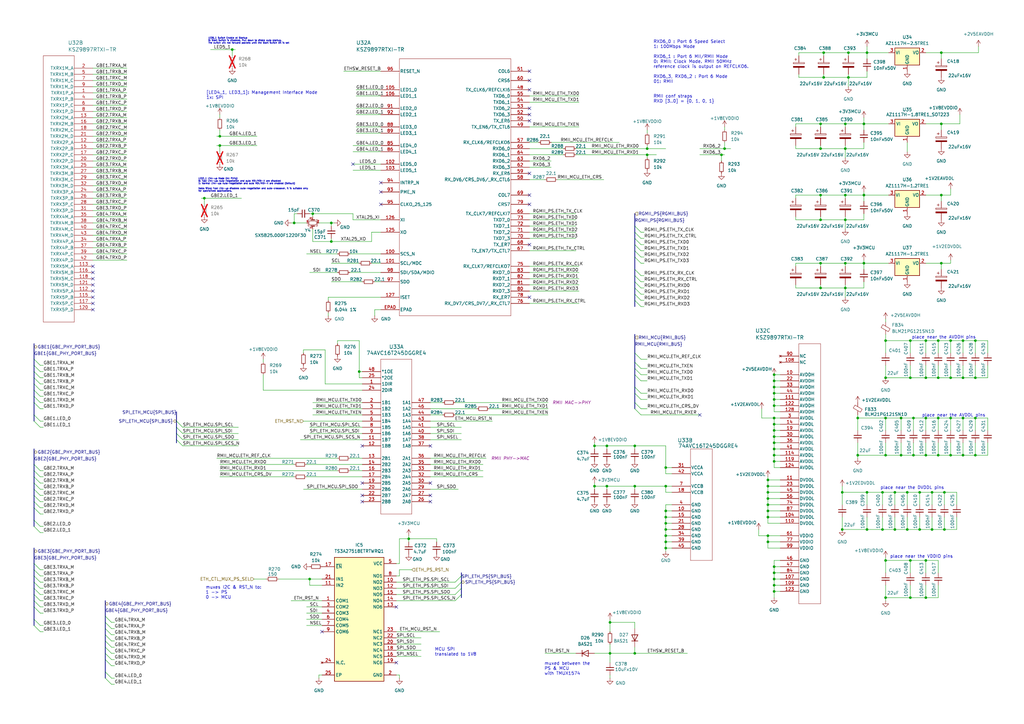
<source format=kicad_sch>
(kicad_sch (version 20231120) (generator "eeschema") (generator_version "8.0")
  (paper "A3")
  (title_block (title "NASR-L") (date "2024-08-11") (rev "D 0.7.9") (company "Relcotek") (comment 1 "Connects MCU with RMII, and SOC with RGMII interfaces") (comment 2 "(c) Relcotek 2024") (comment 3 "Author: Nazim Aghabayov") (comment 4 "SYZYGY Carrier Mainboard"))
  (bus_alias "GBE_PHY_PORT_BUS" (members "TRXA_M" "TRXA_P" "TRXB_M" "TRXB_P" "TRXC_M" "TRXC_P" "TRXD_M" "TRXD_P" "LED_0" "LED_1"))
  (bus_alias "I2C_BUS" (members "I2C_SCL" "I2C_SDA"))
  (bus_alias "RMII_BUS" (members "ETH_CRS_DV" "ETH_TXD0" "ETH_TXD1" "ETH_TXEN" "ETH_RXD0" "ETH_RXD1" "ETH_REF_CLK" "ETH_RXER"))
  (bus_alias "SPI_BUS" (members "SPI_SCL" "SPI_SDI" "SPI_SDO" "SPI_SCS_N"))
  (junction (at 379.73 229.87))
  (junction (at 363.22 229.87))
  (junction (at 314.96 199.39))
  (junction (at 250.19 267.97))
  (junction (at 273.05 199.39))
  (junction (at 369.57 171.45))
  (junction (at 400.05 139.7))
  (junction (at 367.03 217.17))
  (junction (at 382.27 201.93))
  (junction (at 351.79 171.45))
  (junction (at 317.5 166.37))
  (junction (at 314.96 196.85))
  (junction (at 369.57 186.69))
  (junction (at 336.55 90.17))
  (junction (at 355.6 217.17))
  (junction (at 346.71 118.11))
  (junction (at 314.96 207.01))
  (junction (at 400.05 154.94))
  (junction (at 394.97 139.7))
  (junction (at 345.44 201.93))
  (junction (at 394.97 186.69))
  (junction (at 273.05 222.25))
  (junction (at 372.11 201.93))
  (junction (at 83.82 81.28))
  (junction (at 394.97 154.94))
  (junction (at 243.84 199.39))
  (junction (at 314.96 204.47))
  (junction (at 379.73 154.94))
  (junction (at 379.73 186.69))
  (junction (at 317.5 173.99))
  (junction (at 355.6 201.93))
  (junction (at 273.05 212.09))
  (junction (at 363.22 154.94))
  (junction (at 363.22 245.11))
  (junction (at 374.65 186.69))
  (junction (at 147.32 152.4))
  (junction (at 389.89 154.94))
  (junction (at 248.92 199.39))
  (junction (at 260.35 199.39))
  (junction (at 346.71 90.17))
  (junction (at 345.44 217.17))
  (junction (at 377.19 201.93))
  (junction (at 363.22 186.69))
  (junction (at 387.35 217.17))
  (junction (at 317.5 181.61))
  (junction (at 389.89 139.7))
  (junction (at 167.64 220.98))
  (junction (at 317.5 176.53))
  (junction (at 384.81 139.7))
  (junction (at 336.55 60.96))
  (junction (at 379.73 245.11))
  (junction (at 317.5 189.23))
  (junction (at 373.38 139.7))
  (junction (at 354.33 50.8))
  (junction (at 314.96 222.25))
  (junction (at 367.03 201.93))
  (junction (at 389.89 171.45))
  (junction (at 346.71 80.01))
  (junction (at 314.96 201.93))
  (junction (at 317.5 232.41))
  (junction (at 248.92 182.88))
  (junction (at 346.71 50.8))
  (junction (at 351.79 186.69))
  (junction (at 265.43 63.5))
  (junction (at 314.96 219.71))
  (junction (at 384.81 154.94))
  (junction (at 336.55 80.01))
  (junction (at 373.38 229.87))
  (junction (at 317.5 156.21))
  (junction (at 135.89 99.06))
  (junction (at 377.19 217.17))
  (junction (at 135.89 91.44))
  (junction (at 373.38 154.94))
  (junction (at 374.65 171.45))
  (junction (at 273.05 214.63))
  (junction (at 363.22 139.7))
  (junction (at 95.25 20.32))
  (junction (at 297.18 60.96))
  (junction (at 354.33 107.95))
  (junction (at 379.73 171.45))
  (junction (at 394.97 171.45))
  (junction (at 260.35 182.88))
  (junction (at 347.98 31.75))
  (junction (at 355.6 21.59))
  (junction (at 317.5 184.15))
  (junction (at 337.82 21.59))
  (junction (at 317.5 158.75))
  (junction (at 120.65 91.44))
  (junction (at 386.08 21.59))
  (junction (at 347.98 21.59))
  (junction (at 363.22 171.45))
  (junction (at 273.05 209.55))
  (junction (at 373.38 245.11))
  (junction (at 317.5 171.45))
  (junction (at 384.81 171.45))
  (junction (at 317.5 242.57))
  (junction (at 317.5 186.69))
  (junction (at 317.5 237.49))
  (junction (at 273.05 219.71))
  (junction (at 317.5 234.95))
  (junction (at 90.17 55.88))
  (junction (at 317.5 161.29))
  (junction (at 90.17 59.69))
  (junction (at 314.96 209.55))
  (junction (at 260.35 267.97))
  (junction (at 379.73 139.7))
  (junction (at 386.08 50.8))
  (junction (at 346.71 107.95))
  (junction (at 346.71 60.96))
  (junction (at 337.82 31.75))
  (junction (at 386.08 80.01))
  (junction (at 128.27 87.63))
  (junction (at 314.96 212.09))
  (junction (at 317.5 179.07))
  (junction (at 382.27 217.17))
  (junction (at 387.35 201.93))
  (junction (at 361.95 201.93))
  (junction (at 400.05 171.45))
  (junction (at 372.11 217.17))
  (junction (at 361.95 217.17))
  (junction (at 336.55 50.8))
  (junction (at 265.43 60.96))
  (junction (at 400.05 186.69))
  (junction (at 243.84 182.88))
  (junction (at 127 237.49))
  (junction (at 317.5 240.03))
  (junction (at 384.81 186.69))
  (junction (at 295.91 63.5))
  (junction (at 336.55 107.95))
  (junction (at 386.08 107.95))
  (junction (at 273.05 191.77))
  (junction (at 317.5 163.83))
  (junction (at 336.55 118.11))
  (junction (at 273.05 217.17))
  (junction (at 250.19 255.27))
  (junction (at 273.05 224.79))
  (junction (at 354.33 80.01))
  (junction (at 317.5 153.67))
  (junction (at 389.89 186.69))
  (no_connect (at 38.1 109.22))
  (no_connect (at 156.21 83.82))
  (no_connect (at 148.59 205.74))
  (no_connect (at 38.1 114.3))
  (no_connect (at 217.17 80.01))
  (no_connect (at 287.02 170.18))
  (no_connect (at 217.17 36.83))
  (no_connect (at 176.53 182.88))
  (no_connect (at 132.08 259.08))
  (no_connect (at 217.17 121.92))
  (no_connect (at 38.1 119.38))
  (no_connect (at 38.1 111.76))
  (no_connect (at 217.17 46.99))
  (no_connect (at 162.56 248.92))
  (no_connect (at 176.53 205.74))
  (no_connect (at 217.17 71.12))
  (no_connect (at 148.59 198.12))
  (no_connect (at 38.1 121.92))
  (no_connect (at 217.17 29.21))
  (no_connect (at 38.1 116.84))
  (no_connect (at 144.78 67.31))
  (no_connect (at 38.1 124.46))
  (no_connect (at 217.17 44.45))
  (no_connect (at 162.56 271.78))
  (no_connect (at 176.53 203.2))
  (no_connect (at 38.1 127))
  (no_connect (at 156.21 74.93))
  (no_connect (at 217.17 83.82))
  (no_connect (at 156.21 78.74))
  (no_connect (at 217.17 100.33))
  (no_connect (at 148.59 203.2))
  (no_connect (at 148.59 182.88))
  (no_connect (at 176.53 198.12))
  (no_connect (at 217.17 33.02))
  (no_connect (at 217.17 49.53))
  (bus_entry (at 260.35 148.59) (size 2.54 2.54))
  (bus_entry (at 260.35 165.1) (size 2.54 2.54))
  (bus_entry (at 13.97 248.92) (size 2.54 2.54))
  (bus_entry (at 43.18 275.59) (size 2.54 2.54))
  (bus_entry (at 72.39 175.26) (size 2.54 2.54))
  (bus_entry (at 13.97 193.04) (size 2.54 2.54))
  (bus_entry (at 13.97 213.36) (size 2.54 2.54))
  (bus_entry (at 72.39 172.72) (size 2.54 2.54))
  (bus_entry (at 260.35 161.29) (size 2.54 2.54))
  (bus_entry (at 260.35 92.71) (size 2.54 2.54))
  (bus_entry (at 13.97 198.12) (size 2.54 2.54))
  (bus_entry (at 13.97 154.94) (size 2.54 2.54))
  (bus_entry (at 260.35 158.75) (size 2.54 2.54))
  (bus_entry (at 13.97 236.22) (size 2.54 2.54))
  (bus_entry (at 13.97 165.1) (size 2.54 2.54))
  (bus_entry (at 13.97 172.72) (size 2.54 2.54))
  (bus_entry (at 13.97 208.28) (size 2.54 2.54))
  (bus_entry (at 189.23 241.3) (size -2.54 2.54))
  (bus_entry (at 13.97 149.86) (size 2.54 2.54))
  (bus_entry (at 260.35 151.13) (size 2.54 2.54))
  (bus_entry (at 13.97 162.56) (size 2.54 2.54))
  (bus_entry (at 43.18 278.13) (size 2.54 2.54))
  (bus_entry (at 13.97 147.32) (size 2.54 2.54))
  (bus_entry (at 13.97 231.14) (size 2.54 2.54))
  (bus_entry (at 260.35 102.87) (size 2.54 2.54))
  (bus_entry (at 13.97 243.84) (size 2.54 2.54))
  (bus_entry (at 43.18 260.35) (size 2.54 2.54))
  (bus_entry (at 260.35 153.67) (size 2.54 2.54))
  (bus_entry (at 43.18 252.73) (size 2.54 2.54))
  (bus_entry (at 43.18 257.81) (size 2.54 2.54))
  (bus_entry (at 13.97 190.5) (size 2.54 2.54))
  (bus_entry (at 13.97 246.38) (size 2.54 2.54))
  (bus_entry (at 13.97 241.3) (size 2.54 2.54))
  (bus_entry (at 189.23 238.76) (size -2.54 2.54))
  (bus_entry (at 13.97 152.4) (size 2.54 2.54))
  (bus_entry (at 72.39 177.8) (size 2.54 2.54))
  (bus_entry (at 13.97 238.76) (size 2.54 2.54))
  (bus_entry (at 13.97 170.18) (size 2.54 2.54))
  (bus_entry (at 260.35 123.19) (size 2.54 2.54))
  (bus_entry (at 260.35 115.57) (size 2.54 2.54))
  (bus_entry (at 260.35 118.11) (size 2.54 2.54))
  (bus_entry (at 13.97 195.58) (size 2.54 2.54))
  (bus_entry (at 260.35 120.65) (size 2.54 2.54))
  (bus_entry (at 260.35 144.78) (size 2.54 2.54))
  (bus_entry (at 13.97 205.74) (size 2.54 2.54))
  (bus_entry (at 260.35 113.03) (size 2.54 2.54))
  (bus_entry (at 13.97 160.02) (size 2.54 2.54))
  (bus_entry (at 260.35 167.64) (size 2.54 2.54))
  (bus_entry (at 189.23 236.22) (size -2.54 2.54))
  (bus_entry (at 260.35 100.33) (size 2.54 2.54))
  (bus_entry (at 260.35 95.25) (size 2.54 2.54))
  (bus_entry (at 189.23 243.84) (size -2.54 2.54))
  (bus_entry (at 13.97 200.66) (size 2.54 2.54))
  (bus_entry (at 260.35 105.41) (size 2.54 2.54))
  (bus_entry (at 43.18 267.97) (size 2.54 2.54))
  (bus_entry (at 72.39 180.34) (size 2.54 2.54))
  (bus_entry (at 260.35 97.79) (size 2.54 2.54))
  (bus_entry (at 43.18 270.51) (size 2.54 2.54))
  (bus_entry (at 13.97 256.54) (size 2.54 2.54))
  (bus_entry (at 260.35 110.49) (size 2.54 2.54))
  (bus_entry (at 13.97 215.9) (size 2.54 2.54))
  (bus_entry (at 43.18 265.43) (size 2.54 2.54))
  (bus_entry (at 43.18 262.89) (size 2.54 2.54))
  (bus_entry (at 13.97 157.48) (size 2.54 2.54))
  (bus_entry (at 13.97 203.2) (size 2.54 2.54))
  (bus_entry (at 13.97 254) (size 2.54 2.54))
  (bus_entry (at 43.18 255.27) (size 2.54 2.54))
  (bus_entry (at 13.97 233.68) (size 2.54 2.54))
  (wire (pts (xy 16.51 236.22) (xy 17.78 236.22)))
  (wire (pts (xy 354.33 90.17) (xy 354.33 87.63)))
  (wire (pts (xy 361.95 201.93) (xy 367.03 201.93)))
  (wire (pts (xy 346.71 118.11) (xy 354.33 118.11)))
  (wire (pts (xy 389.89 186.69) (xy 394.97 186.69)))
  (wire (pts (xy 351.79 171.45) (xy 351.79 170.18)))
  (wire (pts (xy 394.97 181.61) (xy 394.97 186.69)))
  (wire (pts (xy 377.19 201.93) (xy 382.27 201.93)))
  (wire (pts (xy 162.56 261.62) (xy 172.72 261.62)))
  (wire (pts (xy 16.51 203.2) (xy 17.78 203.2)))
  (wire (pts (xy 132.08 276.86) (xy 130.81 276.86)))
  (wire (pts (xy 38.1 27.94) (xy 52.07 27.94)))
  (wire (pts (xy 144.78 62.23) (xy 156.21 62.23)))
  (wire (pts (xy 327.66 21.59) (xy 337.82 21.59)))
  (wire (pts (xy 74.93 177.8) (xy 97.79 177.8)))
  (wire (pts (xy 133.35 143.51) (xy 133.35 157.48)))
  (wire (pts (xy 377.19 217.17) (xy 382.27 217.17)))
  (wire (pts (xy 45.72 273.05) (xy 46.99 273.05)))
  (wire (pts (xy 314.96 224.79) (xy 320.04 224.79)))
  (bus (pts (xy 13.97 184.15) (xy 13.97 190.5)))
  (wire (pts (xy 120.65 87.63) (xy 120.65 91.44)))
  (wire (pts (xy 314.96 222.25) (xy 320.04 222.25)))
  (wire (pts (xy 401.32 19.05) (xy 401.32 21.59)))
  (bus (pts (xy 72.39 180.34) (xy 72.39 181.61)))
  (wire (pts (xy 355.6 21.59) (xy 355.6 24.13)))
  (wire (pts (xy 326.39 50.8) (xy 326.39 52.07)))
  (wire (pts (xy 163.83 231.14) (xy 162.56 231.14)))
  (wire (pts (xy 355.6 212.09) (xy 355.6 217.17)))
  (wire (pts (xy 265.43 63.5) (xy 265.43 64.77)))
  (wire (pts (xy 243.84 182.88) (xy 243.84 184.15)))
  (bus (pts (xy 189.23 243.84) (xy 189.23 245.11)))
  (wire (pts (xy 354.33 50.8) (xy 364.49 50.8)))
  (wire (pts (xy 38.1 68.58) (xy 52.07 68.58)))
  (wire (pts (xy 311.15 217.17) (xy 311.15 219.71)))
  (bus (pts (xy 260.35 118.11) (xy 260.35 120.65)))
  (wire (pts (xy 119.38 91.44) (xy 120.65 91.44)))
  (wire (pts (xy 38.1 106.68) (xy 52.07 106.68)))
  (wire (pts (xy 363.22 240.03) (xy 363.22 245.11)))
  (wire (pts (xy 176.53 195.58) (xy 198.12 195.58)))
  (bus (pts (xy 43.18 265.43) (xy 43.18 267.97)))
  (wire (pts (xy 317.5 186.69) (xy 317.5 189.23)))
  (wire (pts (xy 176.53 177.8) (xy 189.23 177.8)))
  (wire (pts (xy 317.5 189.23) (xy 320.04 189.23)))
  (bus (pts (xy 13.97 203.2) (xy 13.97 205.74)))
  (wire (pts (xy 16.51 218.44) (xy 17.78 218.44)))
  (wire (pts (xy 124.46 143.51) (xy 133.35 143.51)))
  (wire (pts (xy 373.38 139.7) (xy 379.73 139.7)))
  (wire (pts (xy 363.22 245.11) (xy 373.38 245.11)))
  (wire (pts (xy 317.5 166.37) (xy 317.5 168.91)))
  (wire (pts (xy 138.43 139.7) (xy 147.32 139.7)))
  (bus (pts (xy 13.97 160.02) (xy 13.97 162.56)))
  (wire (pts (xy 314.96 219.71) (xy 314.96 222.25)))
  (wire (pts (xy 317.5 173.99) (xy 320.04 173.99)))
  (wire (pts (xy 243.84 182.88) (xy 248.92 182.88)))
  (wire (pts (xy 217.17 97.79) (xy 236.22 97.79)))
  (wire (pts (xy 346.71 90.17) (xy 354.33 90.17)))
  (wire (pts (xy 86.36 20.32) (xy 95.25 20.32)))
  (wire (pts (xy 355.6 21.59) (xy 364.49 21.59)))
  (bus (pts (xy 260.35 158.75) (xy 260.35 161.29)))
  (wire (pts (xy 317.5 156.21) (xy 320.04 156.21)))
  (wire (pts (xy 346.71 80.01) (xy 354.33 80.01)))
  (bus (pts (xy 13.97 140.97) (xy 13.97 147.32)))
  (wire (pts (xy 317.5 242.57) (xy 320.04 242.57)))
  (wire (pts (xy 125.73 256.54) (xy 132.08 256.54)))
  (wire (pts (xy 217.17 119.38) (xy 237.49 119.38)))
  (wire (pts (xy 125.73 251.46) (xy 132.08 251.46)))
  (wire (pts (xy 347.98 21.59) (xy 355.6 21.59)))
  (wire (pts (xy 125.73 195.58) (xy 148.59 195.58)))
  (wire (pts (xy 38.1 99.06) (xy 52.07 99.06)))
  (bus (pts (xy 260.35 123.19) (xy 260.35 125.73)))
  (wire (pts (xy 392.43 212.09) (xy 392.43 217.17)))
  (wire (pts (xy 217.17 109.22) (xy 237.49 109.22)))
  (wire (pts (xy 265.43 63.5) (xy 269.24 63.5)))
  (wire (pts (xy 16.51 246.38) (xy 17.78 246.38)))
  (wire (pts (xy 386.08 107.95) (xy 389.89 107.95)))
  (wire (pts (xy 176.53 190.5) (xy 198.12 190.5)))
  (wire (pts (xy 217.17 66.04) (xy 226.06 66.04)))
  (wire (pts (xy 217.17 68.58) (xy 226.06 68.58)))
  (wire (pts (xy 162.56 238.76) (xy 186.69 238.76)))
  (wire (pts (xy 90.17 190.5) (xy 120.65 190.5)))
  (wire (pts (xy 384.81 171.45) (xy 389.89 171.45)))
  (wire (pts (xy 326.39 107.95) (xy 326.39 109.22)))
  (wire (pts (xy 400.05 181.61) (xy 400.05 186.69)))
  (wire (pts (xy 372.11 212.09) (xy 372.11 217.17)))
  (wire (pts (xy 38.1 83.82) (xy 52.07 83.82)))
  (wire (pts (xy 107.95 153.67) (xy 107.95 160.02)))
  (wire (pts (xy 16.51 157.48) (xy 17.78 157.48)))
  (wire (pts (xy 179.07 220.98) (xy 167.64 220.98)))
  (wire (pts (xy 354.33 106.68) (xy 354.33 107.95)))
  (wire (pts (xy 317.5 176.53) (xy 317.5 179.07)))
  (wire (pts (xy 379.73 154.94) (xy 384.81 154.94)))
  (wire (pts (xy 311.15 219.71) (xy 314.96 219.71)))
  (wire (pts (xy 260.35 182.88) (xy 260.35 184.15)))
  (wire (pts (xy 250.19 254) (xy 250.19 255.27)))
  (wire (pts (xy 374.65 186.69) (xy 379.73 186.69)))
  (wire (pts (xy 134.62 129.54) (xy 134.62 128.27)))
  (wire (pts (xy 386.08 50.8) (xy 393.7 50.8)))
  (wire (pts (xy 163.83 236.22) (xy 162.56 236.22)))
  (wire (pts (xy 326.39 60.96) (xy 336.55 60.96)))
  (wire (pts (xy 262.89 153.67) (xy 265.43 153.67)))
  (wire (pts (xy 367.03 212.09) (xy 367.03 217.17)))
  (wire (pts (xy 386.08 21.59) (xy 401.32 21.59)))
  (wire (pts (xy 123.19 180.34) (xy 148.59 180.34)))
  (wire (pts (xy 143.51 193.04) (xy 148.59 193.04)))
  (wire (pts (xy 119.38 246.38) (xy 132.08 246.38)))
  (wire (pts (xy 162.56 264.16) (xy 172.72 264.16)))
  (wire (pts (xy 326.39 107.95) (xy 336.55 107.95)))
  (bus (pts (xy 260.35 148.59) (xy 260.35 151.13)))
  (wire (pts (xy 176.53 193.04) (xy 198.12 193.04)))
  (wire (pts (xy 217.17 52.07) (xy 237.49 52.07)))
  (wire (pts (xy 236.22 267.97) (xy 223.52 267.97)))
  (wire (pts (xy 176.53 167.64) (xy 195.58 167.64)))
  (wire (pts (xy 337.82 21.59) (xy 347.98 21.59)))
  (bus (pts (xy 260.35 87.63) (xy 260.35 92.71)))
  (wire (pts (xy 317.5 166.37) (xy 320.04 166.37)))
  (wire (pts (xy 379.73 171.45) (xy 384.81 171.45)))
  (wire (pts (xy 389.89 77.47) (xy 389.89 80.01)))
  (wire (pts (xy 16.51 172.72) (xy 17.78 172.72)))
  (wire (pts (xy 373.38 149.86) (xy 373.38 154.94)))
  (wire (pts (xy 16.51 200.66) (xy 17.78 200.66)))
  (wire (pts (xy 114.3 237.49) (xy 127 237.49)))
  (wire (pts (xy 262.89 151.13) (xy 265.43 151.13)))
  (wire (pts (xy 144.78 69.85) (xy 156.21 69.85)))
  (wire (pts (xy 314.96 201.93) (xy 320.04 201.93)))
  (wire (pts (xy 374.65 171.45) (xy 374.65 176.53)))
  (wire (pts (xy 147.32 154.94) (xy 147.32 152.4)))
  (wire (pts (xy 373.38 245.11) (xy 379.73 245.11)))
  (wire (pts (xy 260.35 267.97) (xy 281.94 267.97)))
  (wire (pts (xy 386.08 21.59) (xy 386.08 24.13)))
  (wire (pts (xy 38.1 86.36) (xy 52.07 86.36)))
  (wire (pts (xy 326.39 59.69) (xy 326.39 60.96)))
  (bus (pts (xy 13.97 154.94) (xy 13.97 157.48)))
  (wire (pts (xy 314.96 212.09) (xy 314.96 214.63)))
  (wire (pts (xy 361.95 217.17) (xy 367.03 217.17)))
  (wire (pts (xy 107.95 160.02) (xy 148.59 160.02)))
  (wire (pts (xy 326.39 88.9) (xy 326.39 90.17)))
  (wire (pts (xy 372.11 201.93) (xy 372.11 207.01)))
  (bus (pts (xy 43.18 252.73) (xy 43.18 255.27)))
  (wire (pts (xy 386.08 107.95) (xy 386.08 110.49)))
  (wire (pts (xy 400.05 186.69) (xy 405.13 186.69)))
  (wire (pts (xy 317.5 163.83) (xy 320.04 163.83)))
  (wire (pts (xy 374.65 171.45) (xy 379.73 171.45)))
  (bus (pts (xy 13.97 241.3) (xy 13.97 243.84)))
  (bus (pts (xy 260.35 110.49) (xy 260.35 113.03)))
  (wire (pts (xy 38.1 58.42) (xy 52.07 58.42)))
  (wire (pts (xy 167.64 219.71) (xy 167.64 220.98)))
  (wire (pts (xy 265.43 60.96) (xy 273.05 60.96)))
  (wire (pts (xy 273.05 191.77) (xy 275.59 191.77)))
  (wire (pts (xy 317.5 158.75) (xy 320.04 158.75)))
  (wire (pts (xy 262.89 105.41) (xy 264.16 105.41)))
  (wire (pts (xy 38.1 76.2) (xy 52.07 76.2)))
  (wire (pts (xy 262.89 147.32) (xy 265.43 147.32)))
  (wire (pts (xy 382.27 217.17) (xy 387.35 217.17)))
  (wire (pts (xy 336.55 50.8) (xy 346.71 50.8)))
  (wire (pts (xy 38.1 101.6) (xy 52.07 101.6)))
  (wire (pts (xy 345.44 207.01) (xy 345.44 201.93)))
  (wire (pts (xy 317.5 161.29) (xy 320.04 161.29)))
  (bus (pts (xy 43.18 260.35) (xy 43.18 262.89)))
  (bus (pts (xy 13.97 208.28) (xy 13.97 213.36)))
  (wire (pts (xy 273.05 212.09) (xy 273.05 214.63)))
  (wire (pts (xy 162.56 241.3) (xy 186.69 241.3)))
  (wire (pts (xy 317.5 158.75) (xy 317.5 161.29)))
  (wire (pts (xy 38.1 48.26) (xy 52.07 48.26)))
  (wire (pts (xy 74.93 182.88) (xy 97.79 182.88)))
  (wire (pts (xy 373.38 154.94) (xy 379.73 154.94)))
  (bus (pts (xy 13.97 200.66) (xy 13.97 203.2)))
  (wire (pts (xy 16.51 233.68) (xy 17.78 233.68)))
  (wire (pts (xy 38.1 45.72) (xy 52.07 45.72)))
  (wire (pts (xy 326.39 50.8) (xy 336.55 50.8)))
  (wire (pts (xy 127 175.26) (xy 148.59 175.26)))
  (wire (pts (xy 38.1 55.88) (xy 52.07 55.88)))
  (bus (pts (xy 189.23 234.95) (xy 189.23 236.22)))
  (wire (pts (xy 262.89 100.33) (xy 264.16 100.33)))
  (wire (pts (xy 354.33 50.8) (xy 354.33 53.34)))
  (wire (pts (xy 346.71 50.8) (xy 346.71 52.07)))
  (wire (pts (xy 393.7 46.99) (xy 393.7 50.8)))
  (wire (pts (xy 345.44 199.39) (xy 345.44 201.93)))
  (wire (pts (xy 382.27 201.93) (xy 387.35 201.93)))
  (wire (pts (xy 273.05 194.31) (xy 273.05 191.77)))
  (wire (pts (xy 176.53 170.18) (xy 181.61 170.18)))
  (wire (pts (xy 134.62 123.19) (xy 134.62 121.92)))
  (wire (pts (xy 354.33 48.26) (xy 354.33 50.8)))
  (wire (pts (xy 317.5 240.03) (xy 317.5 242.57)))
  (wire (pts (xy 135.89 99.06) (xy 152.4 99.06)))
  (wire (pts (xy 363.22 132.08) (xy 363.22 130.81)))
  (wire (pts (xy 163.83 276.86) (xy 163.83 278.13)))
  (wire (pts (xy 82.55 81.28) (xy 83.82 81.28)))
  (wire (pts (xy 74.93 175.26) (xy 97.79 175.26)))
  (wire (pts (xy 273.05 209.55) (xy 273.05 212.09)))
  (wire (pts (xy 355.6 217.17) (xy 361.95 217.17)))
  (wire (pts (xy 137.16 91.44) (xy 135.89 91.44)))
  (wire (pts (xy 320.04 171.45) (xy 317.5 171.45)))
  (wire (pts (xy 345.44 212.09) (xy 345.44 217.17)))
  (wire (pts (xy 121.92 87.63) (xy 120.65 87.63)))
  (wire (pts (xy 394.97 186.69) (xy 400.05 186.69)))
  (wire (pts (xy 354.33 80.01) (xy 354.33 82.55)))
  (bus (pts (xy 43.18 275.59) (xy 43.18 278.13)))
  (wire (pts (xy 217.17 102.87) (xy 236.22 102.87)))
  (wire (pts (xy 262.89 170.18) (xy 287.02 170.18)))
  (wire (pts (xy 351.79 186.69) (xy 351.79 187.96)))
  (wire (pts (xy 135.89 97.79) (xy 135.89 99.06)))
  (wire (pts (xy 16.51 210.82) (xy 17.78 210.82)))
  (wire (pts (xy 90.17 195.58) (xy 120.65 195.58)))
  (wire (pts (xy 45.72 262.89) (xy 46.99 262.89)))
  (wire (pts (xy 38.1 60.96) (xy 52.07 60.96)))
  (bus (pts (xy 13.97 162.56) (xy 13.97 165.1)))
  (wire (pts (xy 152.4 99.06) (xy 152.4 95.25)))
  (wire (pts (xy 250.19 267.97) (xy 243.84 267.97)))
  (wire (pts (xy 405.13 181.61) (xy 405.13 186.69)))
  (wire (pts (xy 217.17 124.46) (xy 237.49 124.46)))
  (wire (pts (xy 200.66 167.64) (xy 224.79 167.64)))
  (wire (pts (xy 367.03 217.17) (xy 372.11 217.17)))
  (wire (pts (xy 186.69 165.1) (xy 224.79 165.1)))
  (bus (pts (xy 13.97 195.58) (xy 13.97 198.12)))
  (wire (pts (xy 386.08 50.8) (xy 386.08 53.34)))
  (wire (pts (xy 45.72 265.43) (xy 46.99 265.43)))
  (wire (pts (xy 317.5 173.99) (xy 317.5 176.53)))
  (wire (pts (xy 405.13 139.7) (xy 405.13 144.78)))
  (wire (pts (xy 346.71 80.01) (xy 346.71 81.28)))
  (wire (pts (xy 146.05 54.61) (xy 156.21 54.61)))
  (wire (pts (xy 379.73 107.95) (xy 386.08 107.95)))
  (wire (pts (xy 38.1 78.74) (xy 52.07 78.74)))
  (wire (pts (xy 379.73 186.69) (xy 384.81 186.69)))
  (wire (pts (xy 314.96 195.58) (xy 314.96 196.85)))
  (wire (pts (xy 273.05 214.63) (xy 275.59 214.63)))
  (wire (pts (xy 314.96 207.01) (xy 320.04 207.01)))
  (wire (pts (xy 128.27 167.64) (xy 148.59 167.64)))
  (wire (pts (xy 243.84 181.61) (xy 243.84 182.88)))
  (wire (pts (xy 16.51 160.02) (xy 17.78 160.02)))
  (wire (pts (xy 361.95 201.93) (xy 361.95 207.01)))
  (wire (pts (xy 317.5 181.61) (xy 320.04 181.61)))
  (bus (pts (xy 13.97 152.4) (xy 13.97 154.94)))
  (wire (pts (xy 336.55 116.84) (xy 336.55 118.11)))
  (wire (pts (xy 379.73 21.59) (xy 386.08 21.59)))
  (wire (pts (xy 384.81 154.94) (xy 389.89 154.94)))
  (wire (pts (xy 176.53 200.66) (xy 187.96 200.66)))
  (wire (pts (xy 176.53 180.34) (xy 189.23 180.34)))
  (wire (pts (xy 387.35 201.93) (xy 387.35 207.01)))
  (wire (pts (xy 379.73 80.01) (xy 386.08 80.01)))
  (wire (pts (xy 217.17 114.3) (xy 237.49 114.3)))
  (wire (pts (xy 363.22 171.45) (xy 369.57 171.45)))
  (wire (pts (xy 400.05 154.94) (xy 405.13 154.94)))
  (wire (pts (xy 16.51 198.12) (xy 17.78 198.12)))
  (wire (pts (xy 95.25 20.32) (xy 95.25 22.86)))
  (bus (pts (xy 72.39 172.72) (xy 72.39 175.26)))
  (wire (pts (xy 90.17 55.88) (xy 105.41 55.88)))
  (wire (pts (xy 125.73 104.14) (xy 138.43 104.14)))
  (wire (pts (xy 314.96 204.47) (xy 320.04 204.47)))
  (wire (pts (xy 260.35 267.97) (xy 250.19 267.97)))
  (wire (pts (xy 273.05 209.55) (xy 275.59 209.55)))
  (wire (pts (xy 314.96 207.01) (xy 314.96 209.55)))
  (wire (pts (xy 262.89 107.95) (xy 264.16 107.95)))
  (wire (pts (xy 124.46 172.72) (xy 148.59 172.72)))
  (wire (pts (xy 337.82 30.48) (xy 337.82 31.75)))
  (wire (pts (xy 400.05 171.45) (xy 405.13 171.45)))
  (wire (pts (xy 217.17 73.66) (xy 223.52 73.66)))
  (bus (pts (xy 13.97 165.1) (xy 13.97 170.18)))
  (wire (pts (xy 314.96 199.39) (xy 314.96 201.93)))
  (wire (pts (xy 124.46 200.66) (xy 148.59 200.66)))
  (wire (pts (xy 152.4 107.95) (xy 156.21 107.95)))
  (wire (pts (xy 394.97 139.7) (xy 394.97 144.78)))
  (wire (pts (xy 363.22 139.7) (xy 363.22 137.16)))
  (wire (pts (xy 317.5 181.61) (xy 317.5 184.15)))
  (wire (pts (xy 262.89 115.57) (xy 264.16 115.57)))
  (bus (pts (xy 72.39 168.91) (xy 72.39 172.72)))
  (wire (pts (xy 382.27 201.93) (xy 382.27 207.01)))
  (wire (pts (xy 146.05 46.99) (xy 156.21 46.99)))
  (wire (pts (xy 273.05 222.25) (xy 275.59 222.25)))
  (wire (pts (xy 128.27 93.98) (xy 128.27 99.06)))
  (wire (pts (xy 130.81 276.86) (xy 130.81 278.13)))
  (bus (pts (xy 260.35 161.29) (xy 260.35 165.1)))
  (wire (pts (xy 143.51 104.14) (xy 156.21 104.14)))
  (wire (pts (xy 38.1 73.66) (xy 52.07 73.66)))
  (wire (pts (xy 347.98 21.59) (xy 347.98 22.86)))
  (wire (pts (xy 384.81 139.7) (xy 384.81 144.78)))
  (wire (pts (xy 168.91 233.68) (xy 163.83 233.68)))
  (bus (pts (xy 189.23 241.3) (xy 189.23 243.84)))
  (bus (pts (xy 13.97 193.04) (xy 13.97 195.58)))
  (wire (pts (xy 405.13 149.86) (xy 405.13 154.94)))
  (wire (pts (xy 153.67 127) (xy 153.67 129.54)))
  (wire (pts (xy 355.6 201.93) (xy 355.6 207.01)))
  (wire (pts (xy 369.57 181.61) (xy 369.57 186.69)))
  (wire (pts (xy 243.84 199.39) (xy 248.92 199.39)))
  (wire (pts (xy 125.73 254) (xy 132.08 254)))
  (wire (pts (xy 16.51 165.1) (xy 17.78 165.1)))
  (wire (pts (xy 347.98 30.48) (xy 347.98 31.75)))
  (wire (pts (xy 326.39 80.01) (xy 336.55 80.01)))
  (wire (pts (xy 176.53 175.26) (xy 189.23 175.26)))
  (wire (pts (xy 354.33 60.96) (xy 354.33 58.42)))
  (wire (pts (xy 317.5 153.67) (xy 320.04 153.67)))
  (wire (pts (xy 162.56 259.08) (xy 180.34 259.08)))
  (bus (pts (xy 260.35 102.87) (xy 260.35 105.41)))
  (wire (pts (xy 384.81 171.45) (xy 384.81 176.53)))
  (wire (pts (xy 326.39 118.11) (xy 336.55 118.11)))
  (wire (pts (xy 16.51 167.64) (xy 17.78 167.64)))
  (wire (pts (xy 373.38 229.87) (xy 379.73 229.87)))
  (wire (pts (xy 262.89 156.21) (xy 265.43 156.21)))
  (wire (pts (xy 95.25 20.32) (xy 96.52 20.32)))
  (wire (pts (xy 217.17 95.25) (xy 236.22 95.25)))
  (wire (pts (xy 373.38 240.03) (xy 373.38 245.11)))
  (wire (pts (xy 120.65 91.44) (xy 125.73 91.44)))
  (wire (pts (xy 134.62 121.92) (xy 156.21 121.92)))
  (wire (pts (xy 317.5 153.67) (xy 317.5 156.21)))
  (wire (pts (xy 243.84 198.12) (xy 243.84 199.39)))
  (wire (pts (xy 394.97 149.86) (xy 394.97 154.94)))
  (wire (pts (xy 162.56 276.86) (xy 163.83 276.86)))
  (wire (pts (xy 336.55 90.17) (xy 346.71 90.17)))
  (wire (pts (xy 314.96 222.25) (xy 314.96 224.79)))
  (wire (pts (xy 363.22 245.11) (xy 363.22 246.38)))
  (wire (pts (xy 363.22 229.87) (xy 373.38 229.87)))
  (wire (pts (xy 147.32 139.7) (xy 147.32 152.4)))
  (wire (pts (xy 262.89 120.65) (xy 264.16 120.65)))
  (wire (pts (xy 347.98 31.75) (xy 355.6 31.75)))
  (wire (pts (xy 405.13 171.45) (xy 405.13 176.53)))
  (wire (pts (xy 387.35 201.93) (xy 392.43 201.93)))
  (bus (pts (xy 13.97 246.38) (xy 13.97 248.92)))
  (wire (pts (xy 363.22 149.86) (xy 363.22 154.94)))
  (wire (pts (xy 367.03 201.93) (xy 367.03 207.01)))
  (wire (pts (xy 317.5 234.95) (xy 320.04 234.95)))
  (wire (pts (xy 314.96 212.09) (xy 320.04 212.09)))
  (wire (pts (xy 128.27 170.18) (xy 148.59 170.18)))
  (wire (pts (xy 146.05 44.45) (xy 156.21 44.45)))
  (wire (pts (xy 146.05 36.83) (xy 156.21 36.83)))
  (wire (pts (xy 346.71 121.92) (xy 346.71 118.11)))
  (wire (pts (xy 314.96 196.85) (xy 314.96 199.39)))
  (bus (pts (xy 260.35 165.1) (xy 260.35 167.64)))
  (wire (pts (xy 327.66 30.48) (xy 327.66 31.75)))
  (wire (pts (xy 38.1 66.04) (xy 52.07 66.04)))
  (wire (pts (xy 389.89 171.45) (xy 389.89 176.53)))
  (wire (pts (xy 377.19 201.93) (xy 377.19 207.01)))
  (wire (pts (xy 243.84 199.39) (xy 243.84 200.66)))
  (wire (pts (xy 135.89 107.95) (xy 147.32 107.95)))
  (bus (pts (xy 72.39 175.26) (xy 72.39 177.8)))
  (wire (pts (xy 336.55 59.69) (xy 336.55 60.96)))
  (wire (pts (xy 379.73 229.87) (xy 379.73 234.95)))
  (wire (pts (xy 317.5 237.49) (xy 320.04 237.49)))
  (wire (pts (xy 16.51 243.84) (xy 17.78 243.84)))
  (wire (pts (xy 16.51 149.86) (xy 17.78 149.86)))
  (wire (pts (xy 394.97 139.7) (xy 400.05 139.7)))
  (wire (pts (xy 262.89 97.79) (xy 264.16 97.79)))
  (wire (pts (xy 389.89 139.7) (xy 389.89 144.78)))
  (wire (pts (xy 250.19 264.16) (xy 250.19 267.97)))
  (wire (pts (xy 38.1 33.02) (xy 52.07 33.02)))
  (wire (pts (xy 363.22 234.95) (xy 363.22 229.87)))
  (wire (pts (xy 384.81 240.03) (xy 384.81 245.11)))
  (wire (pts (xy 273.05 182.88) (xy 273.05 191.77)))
  (wire (pts (xy 90.17 48.26) (xy 90.17 46.99)))
  (wire (pts (xy 217.17 111.76) (xy 237.49 111.76)))
  (wire (pts (xy 384.81 149.86) (xy 384.81 154.94)))
  (wire (pts (xy 320.04 219.71) (xy 314.96 219.71)))
  (wire (pts (xy 379.73 139.7) (xy 379.73 144.78)))
  (wire (pts (xy 347.98 35.56) (xy 347.98 31.75)))
  (wire (pts (xy 163.83 220.98) (xy 163.83 231.14)))
  (bus (pts (xy 13.97 205.74) (xy 13.97 208.28)))
  (wire (pts (xy 363.22 144.78) (xy 363.22 139.7)))
  (wire (pts (xy 317.5 171.45) (xy 312.42 171.45)))
  (wire (pts (xy 346.71 107.95) (xy 354.33 107.95)))
  (bus (pts (xy 13.97 233.68) (xy 13.97 236.22)))
  (wire (pts (xy 45.72 255.27) (xy 46.99 255.27)))
  (wire (pts (xy 90.17 193.04) (xy 138.43 193.04)))
  (wire (pts (xy 217.17 92.71) (xy 236.22 92.71)))
  (wire (pts (xy 389.89 154.94) (xy 394.97 154.94)))
  (wire (pts (xy 346.71 64.77) (xy 346.71 60.96)))
  (wire (pts (xy 144.78 67.31) (xy 156.21 67.31)))
  (wire (pts (xy 127 87.63) (xy 128.27 87.63)))
  (wire (pts (xy 355.6 201.93) (xy 361.95 201.93)))
  (wire (pts (xy 226.06 58.42) (xy 254 58.42)))
  (wire (pts (xy 384.81 139.7) (xy 389.89 139.7)))
  (wire (pts (xy 16.51 195.58) (xy 17.78 195.58)))
  (wire (pts (xy 317.5 161.29) (xy 317.5 163.83)))
  (wire (pts (xy 363.22 229.87) (xy 363.22 228.6)))
  (wire (pts (xy 74.93 180.34) (xy 97.79 180.34)))
  (wire (pts (xy 132.08 240.03) (xy 127 240.03)))
  (wire (pts (xy 273.05 222.25) (xy 273.05 224.79)))
  (wire (pts (xy 363.22 139.7) (xy 373.38 139.7)))
  (wire (pts (xy 355.6 31.75) (xy 355.6 29.21)))
  (wire (pts (xy 337.82 31.75) (xy 347.98 31.75)))
  (wire (pts (xy 88.9 55.88) (xy 90.17 55.88)))
  (bus (pts (xy 43.18 246.38) (xy 43.18 252.73)))
  (bus (pts (xy 43.18 262.89) (xy 43.18 265.43)))
  (wire (pts (xy 314.96 199.39) (xy 320.04 199.39)))
  (wire (pts (xy 273.05 217.17) (xy 275.59 217.17)))
  (wire (pts (xy 186.69 170.18) (xy 224.79 170.18)))
  (wire (pts (xy 217.17 63.5) (xy 231.14 63.5)))
  (wire (pts (xy 38.1 96.52) (xy 52.07 96.52)))
  (wire (pts (xy 317.5 184.15) (xy 320.04 184.15)))
  (wire (pts (xy 45.72 260.35) (xy 46.99 260.35)))
  (wire (pts (xy 128.27 87.63) (xy 128.27 88.9)))
  (wire (pts (xy 273.05 182.88) (xy 260.35 182.88)))
  (wire (pts (xy 138.43 139.7) (xy 138.43 140.97)))
  (wire (pts (xy 273.05 217.17) (xy 273.05 219.71)))
  (wire (pts (xy 389.89 149.86) (xy 389.89 154.94)))
  (wire (pts (xy 248.92 199.39) (xy 248.92 200.66)))
  (wire (pts (xy 135.89 91.44) (xy 130.81 91.44)))
  (bus (pts (xy 13.97 157.48) (xy 13.97 160.02)))
  (wire (pts (xy 38.1 71.12) (xy 52.07 71.12)))
  (wire (pts (xy 317.5 232.41) (xy 317.5 234.95)))
  (bus (pts (xy 13.97 147.32) (xy 13.97 149.86)))
  (wire (pts (xy 217.17 58.42) (xy 220.98 58.42)))
  (wire (pts (xy 400.05 149.86) (xy 400.05 154.94)))
  (bus (pts (xy 260.35 153.67) (xy 260.35 158.75)))
  (bus (pts (xy 260.35 92.71) (xy 260.35 95.25)))
  (wire (pts (xy 38.1 91.44) (xy 52.07 91.44)))
  (wire (pts (xy 88.9 187.96) (xy 138.43 187.96)))
  (wire (pts (xy 317.5 179.07) (xy 320.04 179.07)))
  (wire (pts (xy 369.57 171.45) (xy 369.57 176.53)))
  (wire (pts (xy 337.82 21.59) (xy 337.82 22.86)))
  (wire (pts (xy 83.82 81.28) (xy 99.06 81.28)))
  (wire (pts (xy 400.05 171.45) (xy 400.05 176.53)))
  (wire (pts (xy 135.89 115.57) (xy 148.59 115.57)))
  (bus (pts (xy 72.39 177.8) (xy 72.39 180.34)))
  (wire (pts (xy 400.05 139.7) (xy 400.05 144.78)))
  (bus (pts (xy 260.35 137.16) (xy 260.35 144.78)))
  (wire (pts (xy 144.78 87.63) (xy 144.78 90.17)))
  (wire (pts (xy 38.1 63.5) (xy 52.07 63.5)))
  (wire (pts (xy 373.38 229.87) (xy 373.38 234.95)))
  (bus (pts (xy 13.97 198.12) (xy 13.97 200.66)))
  (bus (pts (xy 43.18 270.51) (xy 43.18 275.59)))
  (wire (pts (xy 45.72 257.81) (xy 46.99 257.81)))
  (wire (pts (xy 262.89 95.25) (xy 264.16 95.25)))
  (wire (pts (xy 16.51 208.28) (xy 17.78 208.28)))
  (wire (pts (xy 179.07 222.25) (xy 179.07 220.98)))
  (wire (pts (xy 128.27 165.1) (xy 148.59 165.1)))
  (wire (pts (xy 16.51 205.74) (xy 17.78 205.74)))
  (bus (pts (xy 260.35 151.13) (xy 260.35 153.67)))
  (wire (pts (xy 389.89 106.68) (xy 389.89 107.95)))
  (wire (pts (xy 45.72 280.67) (xy 46.99 280.67)))
  (wire (pts (xy 354.33 78.74) (xy 354.33 80.01)))
  (wire (pts (xy 236.22 63.5) (xy 265.43 63.5)))
  (wire (pts (xy 320.04 229.87) (xy 317.5 229.87)))
  (wire (pts (xy 125.73 248.92) (xy 132.08 248.92)))
  (wire (pts (xy 260.35 255.27) (xy 250.19 255.27)))
  (bus (pts (xy 260.35 144.78) (xy 260.35 148.59)))
  (wire (pts (xy 217.17 90.17) (xy 236.22 90.17)))
  (wire (pts (xy 16.51 256.54) (xy 17.78 256.54)))
  (wire (pts (xy 16.51 241.3) (xy 17.78 241.3)))
  (wire (pts (xy 38.1 38.1) (xy 52.07 38.1)))
  (bus (pts (xy 13.97 224.79) (xy 13.97 231.14)))
  (bus (pts (xy 260.35 120.65) (xy 260.35 123.19)))
  (wire (pts (xy 16.51 259.08) (xy 17.78 259.08)))
  (wire (pts (xy 273.05 212.09) (xy 275.59 212.09)))
  (wire (pts (xy 16.51 152.4) (xy 17.78 152.4)))
  (wire (pts (xy 336.55 60.96) (xy 346.71 60.96)))
  (wire (pts (xy 314.96 204.47) (xy 314.96 207.01)))
  (wire (pts (xy 287.02 63.5) (xy 295.91 63.5)))
  (wire (pts (xy 16.51 215.9) (xy 17.78 215.9)))
  (wire (pts (xy 127 237.49) (xy 132.08 237.49)))
  (wire (pts (xy 287.02 60.96) (xy 297.18 60.96)))
  (wire (pts (xy 275.59 201.93) (xy 273.05 201.93)))
  (wire (pts (xy 363.22 171.45) (xy 363.22 176.53)))
  (wire (pts (xy 394.97 154.94) (xy 400.05 154.94)))
  (wire (pts (xy 38.1 30.48) (xy 52.07 30.48)))
  (wire (pts (xy 386.08 80.01) (xy 389.89 80.01)))
  (wire (pts (xy 248.92 182.88) (xy 248.92 184.15)))
  (bus (pts (xy 189.23 236.22) (xy 189.23 238.76)))
  (wire (pts (xy 217.17 60.96) (xy 231.14 60.96)))
  (wire (pts (xy 90.17 59.69) (xy 105.41 59.69)))
  (wire (pts (xy 135.89 92.71) (xy 135.89 91.44)))
  (wire (pts (xy 317.5 240.03) (xy 320.04 240.03)))
  (wire (pts (xy 387.35 217.17) (xy 392.43 217.17)))
  (wire (pts (xy 275.59 194.31) (xy 273.05 194.31)))
  (wire (pts (xy 217.17 116.84) (xy 237.49 116.84)))
  (wire (pts (xy 354.33 107.95) (xy 364.49 107.95)))
  (wire (pts (xy 45.72 270.51) (xy 46.99 270.51)))
  (bus (pts (xy 260.35 105.41) (xy 260.35 110.49)))
  (wire (pts (xy 260.35 199.39) (xy 260.35 200.66)))
  (wire (pts (xy 250.19 276.86) (xy 250.19 278.13)))
  (wire (pts (xy 45.72 278.13) (xy 46.99 278.13)))
  (wire (pts (xy 336.55 107.95) (xy 336.55 109.22)))
  (wire (pts (xy 389.89 171.45) (xy 394.97 171.45)))
  (wire (pts (xy 176.53 187.96) (xy 199.39 187.96)))
  (wire (pts (xy 146.05 52.07) (xy 156.21 52.07)))
  (wire (pts (xy 317.5 237.49) (xy 317.5 240.03)))
  (wire (pts (xy 351.79 176.53) (xy 351.79 171.45)))
  (wire (pts (xy 363.22 186.69) (xy 369.57 186.69)))
  (wire (pts (xy 262.89 113.03) (xy 264.16 113.03)))
  (wire (pts (xy 262.89 163.83) (xy 265.43 163.83)))
  (wire (pts (xy 379.73 50.8) (xy 386.08 50.8)))
  (wire (pts (xy 297.18 52.07) (xy 297.18 53.34)))
  (wire (pts (xy 265.43 53.34) (xy 265.43 54.61)))
  (wire (pts (xy 336.55 118.11) (xy 346.71 118.11)))
  (bus (pts (xy 13.97 254) (xy 13.97 256.54)))
  (wire (pts (xy 250.19 267.97) (xy 250.19 271.78)))
  (wire (pts (xy 128.27 87.63) (xy 144.78 87.63)))
  (wire (pts (xy 346.71 59.69) (xy 346.71 60.96)))
  (wire (pts (xy 367.03 201.93) (xy 372.11 201.93)))
  (wire (pts (xy 297.18 60.96) (xy 299.72 60.96)))
  (wire (pts (xy 248.92 199.39) (xy 260.35 199.39)))
  (wire (pts (xy 314.96 209.55) (xy 314.96 212.09)))
  (wire (pts (xy 326.39 80.01) (xy 326.39 81.28)))
  (wire (pts (xy 379.73 229.87) (xy 384.81 229.87)))
  (wire (pts (xy 167.64 220.98) (xy 167.64 222.25)))
  (wire (pts (xy 127 177.8) (xy 148.59 177.8)))
  (wire (pts (xy 372.11 62.23) (xy 372.11 58.42)))
  (wire (pts (xy 336.55 80.01) (xy 336.55 81.28)))
  (wire (pts (xy 127 240.03) (xy 127 237.49)))
  (bus (pts (xy 13.97 243.84) (xy 13.97 246.38)))
  (wire (pts (xy 314.96 214.63) (xy 320.04 214.63)))
  (wire (pts (xy 379.73 245.11) (xy 384.81 245.11)))
  (bus (pts (xy 260.35 100.33) (xy 260.35 102.87)))
  (wire (pts (xy 143.51 111.76) (xy 156.21 111.76)))
  (wire (pts (xy 262.89 123.19) (xy 264.16 123.19)))
  (bus (pts (xy 13.97 213.36) (xy 13.97 215.9)))
  (wire (pts (xy 374.65 181.61) (xy 374.65 186.69)))
  (wire (pts (xy 162.56 246.38) (xy 186.69 246.38)))
  (wire (pts (xy 317.5 176.53) (xy 320.04 176.53)))
  (wire (pts (xy 384.81 229.87) (xy 384.81 234.95)))
  (wire (pts (xy 250.19 255.27) (xy 250.19 259.08)))
  (wire (pts (xy 317.5 156.21) (xy 317.5 158.75)))
  (wire (pts (xy 38.1 104.14) (xy 52.07 104.14)))
  (wire (pts (xy 262.89 102.87) (xy 264.16 102.87)))
  (bus (pts (xy 260.35 113.03) (xy 260.35 115.57)))
  (wire (pts (xy 273.05 201.93) (xy 273.05 199.39)))
  (wire (pts (xy 372.11 217.17) (xy 377.19 217.17)))
  (wire (pts (xy 163.83 220.98) (xy 167.64 220.98)))
  (wire (pts (xy 372.11 201.93) (xy 377.19 201.93)))
  (wire (pts (xy 16.51 248.92) (xy 17.78 248.92)))
  (wire (pts (xy 369.57 171.45) (xy 374.65 171.45)))
  (wire (pts (xy 389.89 181.61) (xy 389.89 186.69)))
  (wire (pts (xy 228.6 73.66) (xy 247.65 73.66)))
  (wire (pts (xy 104.14 237.49) (xy 109.22 237.49)))
  (wire (pts (xy 295.91 63.5) (xy 297.18 63.5)))
  (wire (pts (xy 88.9 59.69) (xy 90.17 59.69)))
  (wire (pts (xy 176.53 165.1) (xy 181.61 165.1)))
  (wire (pts (xy 317.5 179.07) (xy 317.5 181.61)))
  (wire (pts (xy 317.5 242.57) (xy 317.5 245.11)))
  (wire (pts (xy 273.05 214.63) (xy 273.05 217.17)))
  (wire (pts (xy 363.22 181.61) (xy 363.22 186.69)))
  (wire (pts (xy 379.73 181.61) (xy 379.73 186.69)))
  (wire (pts (xy 369.57 186.69) (xy 374.65 186.69)))
  (wire (pts (xy 265.43 59.69) (xy 265.43 60.96)))
  (wire (pts (xy 163.83 233.68) (xy 163.83 236.22)))
  (wire (pts (xy 345.44 201.93) (xy 355.6 201.93)))
  (bus (pts (xy 260.35 95.25) (xy 260.35 97.79)))
  (wire (pts (xy 312.42 167.64) (xy 312.42 171.45)))
  (bus (pts (xy 13.97 248.92) (xy 13.97 254)))
  (wire (pts (xy 127 111.76) (xy 138.43 111.76)))
  (wire (pts (xy 16.51 154.94) (xy 17.78 154.94)))
  (wire (pts (xy 317.5 189.23) (xy 317.5 191.77)))
  (bus (pts (xy 43.18 267.97) (xy 43.18 270.51)))
  (bus (pts (xy 13.97 149.86) (xy 13.97 152.4)))
  (bus (pts (xy 13.97 238.76) (xy 13.97 241.3)))
  (wire (pts (xy 346.71 50.8) (xy 354.33 50.8)))
  (wire (pts (xy 146.05 39.37) (xy 156.21 39.37)))
  (wire (pts (xy 317.5 168.91) (xy 320.04 168.91)))
  (wire (pts (xy 16.51 193.04) (xy 17.78 193.04)))
  (wire (pts (xy 273.05 219.71) (xy 273.05 222.25)))
  (wire (pts (xy 295.91 63.5) (xy 295.91 66.04)))
  (wire (pts (xy 236.22 60.96) (xy 265.43 60.96)))
  (wire (pts (xy 377.19 212.09) (xy 377.19 217.17)))
  (wire (pts (xy 317.5 232.41) (xy 320.04 232.41)))
  (wire (pts (xy 140.97 29.21) (xy 156.21 29.21)))
  (wire (pts (xy 346.71 60.96) (xy 354.33 60.96)))
  (wire (pts (xy 382.27 212.09) (xy 382.27 217.17)))
  (wire (pts (xy 260.35 257.81) (xy 260.35 255.27)))
  (wire (pts (xy 351.79 181.61) (xy 351.79 186.69)))
  (wire (pts (xy 176.53 172.72) (xy 201.93 172.72)))
  (wire (pts (xy 355.6 19.05) (xy 355.6 21.59)))
  (wire (pts (xy 354.33 118.11) (xy 354.33 115.57)))
  (wire (pts (xy 38.1 43.18) (xy 52.07 43.18)))
  (wire (pts (xy 379.73 240.03) (xy 379.73 245.11)))
  (wire (pts (xy 379.73 149.86) (xy 379.73 154.94)))
  (wire (pts (xy 144.78 90.17) (xy 156.21 90.17)))
  (wire (pts (xy 387.35 212.09) (xy 387.35 217.17)))
  (wire (pts (xy 394.97 171.45) (xy 400.05 171.45)))
  (wire (pts (xy 125.73 190.5) (xy 148.59 190.5)))
  (wire (pts (xy 354.33 80.01) (xy 364.49 80.01)))
  (wire (pts (xy 38.1 35.56) (xy 52.07 35.56)))
  (wire (pts (xy 386.08 80.01) (xy 386.08 82.55)))
  (wire (pts (xy 346.71 116.84) (xy 346.71 118.11)))
  (bus (pts (xy 260.35 97.79) (xy 260.35 100.33)))
  (wire (pts (xy 327.66 31.75) (xy 337.82 31.75)))
  (wire (pts (xy 260.35 182.88) (xy 248.92 182.88)))
  (wire (pts (xy 38.1 88.9) (xy 52.07 88.9)))
  (bus (pts (xy 189.23 238.76) (xy 189.23 241.3)))
  (wire (pts (xy 354.33 107.95) (xy 354.33 110.49)))
  (wire (pts (xy 152.4 95.25) (xy 156.21 95.25)))
  (wire (pts (xy 346.71 107.95) (xy 346.71 109.22)))
  (wire (pts (xy 336.55 88.9) (xy 336.55 90.17)))
  (wire (pts (xy 373.38 139.7) (xy 373.38 144.78)))
  (wire (pts (xy 217.17 39.37) (xy 237.49 39.37)))
  (wire (pts (xy 162.56 269.24) (xy 172.72 269.24)))
  (wire (pts (xy 90.17 59.69) (xy 90.17 62.23)))
  (wire (pts (xy 351.79 186.69) (xy 363.22 186.69)))
  (wire (pts (xy 38.1 93.98) (xy 52.07 93.98)))
  (wire (pts (xy 83.82 81.28) (xy 83.82 83.82)))
  (wire (pts (xy 45.72 267.97) (xy 46.99 267.97)))
  (wire (pts (xy 317.5 234.95) (xy 317.5 237.49)))
  (wire (pts (xy 273.05 219.71) (xy 275.59 219.71)))
  (wire (pts (xy 400.05 139.7) (xy 405.13 139.7)))
  (wire (pts (xy 38.1 53.34) (xy 52.07 53.34)))
  (wire (pts (xy 379.73 139.7) (xy 384.81 139.7)))
  (wire (pts (xy 326.39 90.17) (xy 336.55 90.17)))
  (wire (pts (xy 273.05 224.79) (xy 273.05 226.06)))
  (wire (pts (xy 275.59 207.01) (xy 273.05 207.01)))
  (bus (pts (xy 13.97 231.14) (xy 13.97 233.68)))
  (wire (pts (xy 16.51 175.26) (xy 17.78 175.26)))
  (wire (pts (xy 317.5 184.15) (xy 317.5 186.69)))
  (wire (pts (xy 147.32 152.4) (xy 148.59 152.4)))
  (wire (pts (xy 317.5 191.77) (xy 320.04 191.77)))
  (wire (pts (xy 314.96 209.55) (xy 320.04 209.55)))
  (wire (pts (xy 124.46 143.51) (xy 124.46 144.78)))
  (bus (pts (xy 13.97 190.5) (xy 13.97 193.04)))
  (wire (pts (xy 38.1 40.64) (xy 52.07 40.64)))
  (wire (pts (xy 262.89 161.29) (xy 265.43 161.29)))
  (wire (pts (xy 260.35 199.39) (xy 273.05 199.39)))
  (wire (pts (xy 351.79 171.45) (xy 363.22 171.45)))
  (wire (pts (xy 317.5 171.45) (xy 317.5 173.99)))
  (wire (pts (xy 336.55 50.8) (xy 336.55 52.07)))
  (wire (pts (xy 162.56 266.7) (xy 172.72 266.7)))
  (wire (pts (xy 314.96 201.93) (xy 314.96 204.47)))
  (bus (pts (xy 13.97 170.18) (xy 13.97 172.72)))
  (wire (pts (xy 38.1 50.8) (xy 52.07 50.8)))
  (wire (pts (xy 346.71 93.98) (xy 346.71 90.17)))
  (wire (pts (xy 107.95 147.32) (xy 107.95 148.59)))
  (wire (pts (xy 297.18 58.42) (xy 297.18 60.96)))
  (wire (pts (xy 317.5 186.69) (xy 320.04 186.69)))
  (wire (pts (xy 346.71 88.9) (xy 346.71 90.17)))
  (wire (pts (xy 384.81 181.61) (xy 384.81 186.69)))
  (wire (pts (xy 361.95 212.09) (xy 361.95 217.17)))
  (wire (pts (xy 262.89 167.64) (xy 265.43 167.64)))
  (wire (pts (xy 262.89 125.73) (xy 264.16 125.73)))
  (wire (pts (xy 379.73 171.45) (xy 379.73 176.53)))
  (bus (pts (xy 260.35 115.57) (xy 260.35 118.11)))
  (wire (pts (xy 345.44 217.17) (xy 355.6 217.17)))
  (wire (pts (xy 162.56 243.84) (xy 186.69 243.84)))
  (wire (pts (xy 262.89 118.11) (xy 264.16 118.11)))
  (wire (pts (xy 128.27 99.06) (xy 135.89 99.06)))
  (wire (pts (xy 273.05 224.79) (xy 275.59 224.79)))
  (wire (pts (xy 16.51 162.56) (xy 17.78 162.56)))
  (wire (pts (xy 273.05 199.39) (xy 275.59 199.39)))
  (wire (pts (xy 148.59 154.94) (xy 147.32 154.94)))
  (wire (pts (xy 327.66 21.59) (xy 327.66 22.86)))
  (wire (pts (xy 144.78 59.69) (xy 156.21 59.69)))
  (wire (pts (xy 314.96 196.85) (xy 320.04 196.85)))
  (wire (pts (xy 394.97 171.45) (xy 394.97 176.53)))
  (bus (pts (xy 13.97 236.22) (xy 13.97 238.76)))
  (wire (pts (xy 336.55 107.95) (xy 346.71 107.95)))
  (wire (pts (xy 38.1 81.28) (xy 52.07 81.28)))
  (wire (pts (xy 143.51 187.96) (xy 148.59 187.96)))
  (wire (pts (xy 317.5 163.83) (xy 317.5 166.37)))
  (wire (pts (xy 317.5 229.87) (xy 317.5 232.41)))
  (wire (pts (xy 156.21 127) (xy 153.67 127)))
  (wire (pts (xy 384.81 186.69) (xy 389.89 186.69)))
  (wire (pts (xy 217.17 87.63) (xy 236.22 87.63)))
  (bus (pts (xy 43.18 255.27) (xy 43.18 257.81)))
  (wire (pts (xy 363.22 154.94) (xy 373.38 154.94)))
  (wire (pts (xy 90.17 53.34) (xy 90.17 55.88)))
  (wire (pts (xy 16.51 238.76) (xy 17.78 238.76)))
  (bus (pts (xy 43.18 257.81) (xy 43.18 260.35)))
  (wire (pts (xy 336.55 80.01) (xy 346.71 80.01)))
  (wire (pts (xy 392.43 201.93) (xy 392.43 207.01)))
  (wire (pts (xy 273.05 207.01) (xy 273.05 209.55)))
  (wire (pts (xy 153.67 115.57) (xy 156.21 115.57)))
  (wire (pts (xy 326.39 116.84) (xy 326.39 118.11)))
  (wire (pts (xy 260.35 265.43) (xy 260.35 267.97)))
  (wire (pts (xy 389.89 139.7) (xy 394.97 139.7)))
  (wire (pts (xy 217.17 41.91) (xy 237.49 41.91)))
  (wire (pts (xy 16.51 251.46) (xy 17.78 251.46)))
  (wire (pts (xy 133.35 157.48) (xy 148.59 157.48)))
  (text "muxed between the\nPS & MCU\nwith TMUX1574\n\n" (at 223.266 275.336 0) (effects (font (size 1.27 1.27)) (justify left)))
  (text "LED5_1 Switch Enable at Startup\n0: Start Switch is disabled. Pull down to disble auto startup.\nThe switch will not forward packets until the Start Switch bit is set" (at 85.344 16.764 0) (effects (font (size 0.635 0.635)) (justify left)))
  (text "place near the AVDDL pins" (at 391.16 170.434 0) (effects (font (size 1.27 1.27))))
  (text "[LED4_1, LED3_1]: Management Interface Mode\n1x: SPI" (at 84.582 39.116 0) (effects (font (size 1.27 1.27)) (justify left)))
  (text "place near the VDDIO pins" (at 377.952 228.346 0) (effects (font (size 1.27 1.27))))
  (text "muxes I2C & RST_N to:\n1 -> PS\n0 -> MCU" (at 84.328 243.078 0) (effects (font (size 1.27 1.27)) (justify left)))
  (text "MCU SPI\ntranslated to 1V8" (at 178.308 267.462 0) (effects (font (size 1.27 1.27)) (justify left)))
  (text "LED2_1 Link-up Mode (All PHYs)\n0: Fast Link-up: Auto-negotiation and auto MDI/MDI-X are disabled\n1: Normal Link-up: Auto-negotiation and auto MDI/MDI-X are enabled (Default)\n\nNote: Since Fast Link-up disables auto-negotiation and auto-crossover, it is suitable only\nfor specialized applications." (at 81.28 75.946 0) (effects (font (size 0.635 0.635)) (justify left)))
  (text "place near the AVDDH pins" (at 387.096 138.43 0) (effects (font (size 1.27 1.27))))
  (text "RXD6_0 : Port 6 Speed Select\n1: 100Mbps Mode\n\nRXD6_1 : Port 6 MII/RMII Mode\n0: RMII: Clock Mode. RMII 50MHz \nreference clock is output on REFCLKO6.\n\nRXD6_3, RXD6_2 : Port 6 Mode\n01: RMII" (at 267.97 25.4 0) (effects (font (size 1.27 1.27)) (justify left)))
  (text "RMII conf straps\nRXD [3..0] = {0, 1, 0, 1}" (at 267.97 40.64 0) (effects (font (size 1.27 1.27)) (justify left)))
  (text "place near the DVDDL pins" (at 374.142 200.152 0) (effects (font (size 1.27 1.27))))
  (label "RMII_MCU.ETH_TXEN" (at 129.54 170.18 0))
  (label "GBE1.TRXC_P" (at 39.37 43.18 0))
  (label "GBE3.TRXA_M" (at 17.78 233.68 0))
  (label "RMII_MCU.ETH_TXD0" (at 265.43 153.67 0))
  (label "RGMII_PS.ETH_TX_CLK" (at 218.44 87.63 0))
  (label "RGMII_PS.ETX_RX_CLK" (at 264.16 113.03 0))
  (label "GBE3.TRXC_M" (at 39.37 73.66 0))
  (label "SPI_SDO" (at 162.56 266.7 0))
  (label "SPI_SCL" (at 179.07 175.26 0))
  (label "SPI_ETH_MCU.SPI_SDI" (at 127 177.8 0))
  (label "GBE4.TRXB_P" (at 46.99 262.89 0))
  (label "RGMII_PS.ETH_RXD0" (at 264.16 118.11 0))
  (label "GBE3.LED_0" (at 17.78 256.54 0))
  (label "GBE4.TRXC_P" (at 46.99 267.97 0))
  (label "SCL" (at 127 248.92 0))
  (label "RXD6_2" (at 288.29 60.96 0))
  (label "GBE2.TRXA_M" (at 39.37 48.26 0))
  (label "GBE3.TRXA_P" (at 17.78 236.22 0))
  (label "GBE2.TRXD_M" (at 39.37 55.88 0))
  (label "GBE2.TRXC_P" (at 17.78 205.74 0))
  (label "ETH_RST_N" (at 233.68 267.97 180))
  (label "RMII_MCU_ETH_CRS" (at 177.8 195.58 0))
  (label "GBE2.TRXC_P" (at 39.37 63.5 0))
  (label "GBE3.TRXD_P" (at 39.37 86.36 0))
  (label "XTAL25_XI" (at 146.05 90.17 0))
  (label "GBE3.LED_1" (at 146.05 54.61 0))
  (label "RMII_MCU_ETH_REFCLK" (at 229.87 58.42 0))
  (label "RMII_MCU_ETH_RXD0" (at 177.8 190.5 0))
  (label "GBE4.TRXA_P" (at 39.37 99.06 0))
  (label "SPI_ETH_MCU.SPI_SDO" (at 74.93 180.34 0))
  (label "GBE4.TRXB_P" (at 39.37 101.6 0))
  (label "SPI_SDI" (at 162.56 264.16 0))
  (label "RMII_MCU.ETH_RXD1" (at 265.43 163.83 0))
  (label "NSEL" (at 127 256.54 0))
  (label "SCL" (at 135.89 107.95 0))
  (label "SPI_ETH_PS{SPI_BUS}" (at 189.23 237.49 0))
  (label "GBE1.TRXB_P" (at 17.78 157.48 0))
  (label "RMII_MCU.ETH_CRS_DV" (at 265.43 167.64 0))
  (label "RXD6_3" (at 218.44 68.58 0))
  (label "RMII_MCU.ETH_RXD1" (at 90.17 193.04 0))
  (label "RMII_MCU_ETH_RXD0" (at 242.57 60.96 0))
  (label "GBE2.TRXA_P" (at 17.78 195.58 0))
  (label "GBE4.TRXB_M" (at 39.37 91.44 0))
  (label "RMII_MCU.ETH_REF_CLK" (at 265.43 147.32 0))
  (label "RGMII_PS.ETH_TXD1" (at 264.16 102.87 0))
  (label "GBE2.LED_1" (at 146.05 46.99 0))
  (label "SPI_ETH_MCU.SPI_SCS_N" (at 74.93 182.88 0))
  (label "GBE1.TRXB_M" (at 39.37 30.48 0))
  (label "GBE4.TRXC_M" (at 39.37 93.98 0))
  (label "GBE2.LED_0" (at 146.05 44.45 0))
  (label "GBE1.TRXA_M" (at 39.37 27.94 0))
  (label "GBE2.TRXB_P" (at 39.37 60.96 0))
  (label "RMII_MCU.ETH_TXD1" (at 129.54 167.64 0))
  (label "GBE4.LED_1" (at 46.99 280.67 0))
  (label "SPI_SDI" (at 179.07 177.8 0))
  (label "GBE4.TRXA_M" (at 39.37 88.9 0))
  (label "RMII_MCU_ETH_RXD1" (at 177.8 193.04 0))
  (label "GBE1.LED_1" (at 146.05 39.37 0))
  (label "RGMII_PS.ETX_RX_CLK" (at 218.44 109.22 0))
  (label "SDI" (at 127 251.46 0))
  (label "GBE1.TRXC_M" (at 17.78 160.02 0))
  (label "SPI_ETH_MCU.SPI_SDO" (at 125.73 200.66 0))
  (label "GBE4.TRXD_M" (at 39.37 96.52 0))
  (label "ETH_RST_N" (at 130.81 246.38 180))
  (label "RGMII_PS.ETH_TXD1" (at 218.44 92.71 0))
  (label "GBE4.LED_0" (at 46.99 278.13 0))
  (label "GBE4.TRXA_M" (at 46.99 255.27 0))
  (label "GBE2.TRXB_M" (at 39.37 50.8 0))
  (label "SDO" (at 127 254 0))
  (label "RMII_MCU.ETH_TXD0" (at 129.54 165.1 0))
  (label "GBE4.TRXC_M" (at 46.99 265.43 0))
  (label "GBE3.TRXD_P" (at 17.78 251.46 0))
  (label "RGMII_PS.ETH_TX_CTRL" (at 218.44 102.87 0))
  (label "GBE1.LED_1" (at 17.78 175.26 0))
  (label "RMII_MCU.ETH_TXEN" (at 265.43 151.13 0))
  (label "RGMII_PS.ETH_RX_CTRL" (at 264.16 115.57 0))
  (label "GBE3.TRXB_P" (at 39.37 81.28 0))
  (label "GBE3.LED_1" (at 93.98 59.69 0))
  (label "RMII_MCU.ETH_REF_CLK" (at 88.9 187.96 0))
  (label "SPI_ETH_MCU.SPI_SDI" (at 74.93 177.8 0))
  (label "SDI" (at 128.27 111.76 0))
  (label "GBE1.TRXA_P" (at 17.78 152.4 0))
  (label "RMII_MCU_ETH_TXD0" (at 205.74 165.1 0) (property "Description" "RMII MAC->PHY" (at 226.568 165.1 0) (effects (font (italic yes)) (justify left))))
  (label "XTAL25_XO" (at 139.7 99.06 0))
  (label "ETH_MCU_RST_N" (at 163.83 259.08 0))
  (label "SPI_ETH_PS.SPI_SDO" (at 165.1 243.84 0))
  (label "SPI_NSEL" (at 179.07 180.34 0))
  (label "RGMII_PS.ETH_TXD0" (at 218.44 90.17 0))
  (label "GBE2.TRXB_P" (at 17.78 200.66 0))
  (label "GBE2.TRXB_M" (at 17.78 198.12 0))
  (label "RGMII_PS.ETH_TXD0" (at 264.16 100.33 0))
  (label "GBE3.TRXD_M" (at 39.37 76.2 0))
  (label "RGMII_PS{RGMII_BUS}" (at 260.35 91.44 0))
  (label "RGMII_PS.ETH_RXD2" (at 218.44 116.84 0))
  (label "GBE3.TRXA_M" (at 39.37 68.58 0))
  (label "RGMII_PS.ETH_TX_CLK" (at 264.16 95.25 0))
  (label "SPI_ETH_MCU.SPI_SCL" (at 74.93 175.26 0))
  (label "GBE3{GBE_PHY_PORT_BUS}" (at 13.97 229.87 0))
  (label "GBE3.TRXB_M" (at 17.78 238.76 0))
  (label "GBE2.LED_1" (at 17.78 218.44 0))
  (label "GBE4.TRXD_P" (at 46.99 273.05 0))
  (label "GBE1.TRXD_P" (at 39.37 45.72 0))
  (label "GBE1.TRXD_M" (at 17.78 165.1 0))
  (label "RMII_MCU_ETH_TXD1" (at 205.74 167.64 0))
  (label "RMII_MCU_ETH_RXD1" (at 242.57 63.5 0))
  (label "GBE4.TRXD_P" (at 39.37 106.68 0))
  (label "GBE2.LED_0" (at 17.78 215.9 0))
  (label "RXD6_3" (at 288.29 63.5 0))
  (label "GBE2.TRXC_M" (at 17.78 203.2 0))
  (label "SPI_SDO" (at 179.07 200.66 0))
  (label "SPI_ETH_MCU.SPI_SCS_N" (at 124.46 180.34 0))
  (label "RGMII_PS.ETH_TXD2" (at 264.16 105.41 0))
  (label "GBE3.TRXD_M" (at 17.78 248.92 0))
  (label "GBE3.TRXB_P" (at 17.78 241.3 0))
  (label "GBE4.TRXB_M" (at 46.99 260.35 0))
  (label "NSEL" (at 127 104.14 0))
  (label "LED5_1" (at 87.63 20.32 0))
  (label "GBE1.TRXA_P" (at 39.37 38.1 0))
  (label "SDO" (at 135.89 115.57 0))
  (label "RMII_MCU_ETH_TXD0" (at 218.44 39.37 0))
  (label "GBE4.TRXA_P" (at 46.99 257.81 0))
  (label "GBE2.LED_1" (at 86.36 81.28 0))
  (label "ETHSW_RESET_B" (at 265.43 267.97 0))
  (label "RXD6_2" (at 218.44 66.04 0))
  (label "GBE2.TRXD_M" (at 17.78 208.28 0))
  (label "RGMII_PS.ETH_RXD2" (at 264.16 123.19 0))
  (label "RGMII_PS.ETH_TXD3" (at 264.16 107.95 0))
  (label "GBE1.LED_0" (at 146.05 36.83 0))
  (label "RMII_MCU.ETH_CRS_DV" (at 90.17 195.58 0))
  (label "RMII_MCU_ETH_TXEN" (at 205.74 170.18 0))
  (label "GBE3.TRXA_P" (at 39.37 78.74 0))
  (label "SPI_ETH_MCU.SPI_SCL" (at 127 175.26 0))
  (label "SPI_ETH_MCU{SPI_BUS}" (at 72.39 170.18 180))
  (label "RGMII_PS.ETH_TXD3" (at 218.44 97.79 0))
  (label "GBE2.TRXA_M" (at 17.78 193.04 0))
  (label "GBE3.TRXC_P" (at 17.78 246.38 0))
  (label "GBE2.TRXC_M" (at 39.37 53.34 0))
  (label "GBE4.TRXD_M" (at 46.99 270.51 0))
  (label "RMII_MCU.ETH_RXD0" (at 90.17 190.5 0))
  (label "SPI_ETH_PS.SPI_SCL" (at 165.1 238.76 0))
  (label "GBE4.LED_0" (at 146.05 59.69 0))
  (label "GBE1{GBE_PHY_PORT_BUS}" (at 13.97 146.05 0))
  (label "RMII_MCU.ETH_RXD0" (at 265.43 161.29 0))
  (label "RGMII_PS.ETH_TX_CTRL" (at 264.16 97.79 0))
  (label "SPI_NSEL" (at 162.56 269.24 0))
  (label "SPI_ETH_PS.SPI_SCS_N" (at 165.1 246.38 0))
  (label "GBE3.TRXC_M" (at 17.78 243.84 0))
  (label "RGMII_PS.ETH_RXD3" (at 218.44 119.38 0))
  (label "ETH_MCU_RST_N" (at 201.93 172.72 180))
  (label "RGMII_PS.ETH_RXD1" (at 218.44 114.3 0))
  (label "GBE3.TRXB_M" (at 39.37 71.12 0))
  (label "GBE2.TRXA_P" (at 39.37 58.42 0))
  (label "GBE1.LED_0" (at 17.78 172.72 0))
  (label "GBE2{GBE_PHY_PORT_BUS}" (at 13.97 189.23 0))
  (label "GBE1.TRXB_M" (at 17.78 154.94 0))
  (label "RMII_MCU.ETH_RXER" (at 266.7 170.18 0))
  (label "RMII_MCU{RMII_BUS}" (at 260.35 142.24 0))
  (label "RMII_MCU_ETH_TXEN" (at 218.44 52.07 0))
  (label "RGMII_PS.ETH_RXD1" (at 264.16 120.65 0))
  (label "RMII_MCU_ETH_REFCLK" (at 177.8 187.96 0) (property "Description" "RMII PHY->MAC" (at 201.422 187.96 0) (effects (font (italic yes)) (justify left))))
  (label "SPI_ETH_PS.SPI_SDI" (at 165.1 241.3 0))
  (label "GBE4{GBE_PHY_PORT_BUS}" (at 43.18 251.46 0))
  (label "SPI_SCL" (at 162.56 261.62 0))
  (label "GBE4.LED_1" (at 146.05 62.23 0))
  (label "GBE4.TRXC_P" (at 39.37 104.14 0))
  (label "GBE3.LED_0" (at 146.05 52.07 0))
  (label "RGMII_PS.ETH_TXD2" (at 218.44 95.25 0))
  (label "GBE3.LED_1" (at 17.78 259.08 0))
  (label "GBE1.TRXD_M" (at 39.37 35.56 0))
  (label "RMII_MCU.ETH_TXD1" (at 265.43 156.21 0))
  (label "ETHSW_RESET_B" (at 140.97 29.21 0))
  (label "RGMII_PS.ETH_RXD0" (at 218.44 111.76 0))
  (label "RMII_MCU_ETH_CRS" (at 228.6 73.66 0))
  (label "GBE1.TRXC_M" (at 39.37 33.02 0))
  (label "GBE4.LED_1" (at 93.98 55.88 0))
  (label "GBE2.TRXD_P" (at 39.37 66.04 0))
  (label "RGMII_PS.ETH_RX_CTRL" (at 218.44 124.46 0))
  (label "GBE1.TRXD_P" (at 17.78 167.64 0))
  (label "RGMII_PS.ETH_RXD3" (at 264.16 125.73 0))
  (label "GBE1.TRXA_M" (at 17.78 149.86 0))
  (label "GBE3.TRXC_P" (at 39.37 83.82 0))
  (label "LED5_1" (at 147.32 69.85 0))
  (label "GBE1.TRXB_P" (at 39.37 40.64 0))
  (label "LED5_0" (at 147.32 67.31 0))
  (label "RMII_MCU_ETH_TXD1" (at 218.44 41.91 0))
  (label "GBE1.TRXC_P" (at 17.78 162.56 0))
  (label "GBE2.TRXD_P" (at 17.78 210.82 0))
  (hierarchical_label "GBE3{GBE_PHY_PORT_BUS}" (shape bidirectional) (at 13.97 226.06 0))
  (hierarchical_label "SPI_ETH_PS{SPI_BUS}" (shape bidirectional) (at 189.23 238.76 0))
  (hierarchical_label "GBE1{GBE_PHY_PORT_BUS}" (shape bidirectional) (at 13.97 142.24 0))
  (hierarchical_label "ETH_PS_RST_N" (shape input) (at 168.91 233.68 0))
  (hierarchical_label "RMII_MCU{RMII_BUS}" (shape input) (at 260.35 138.43 0))
  (hierarchical_label "ETH_RST_N" (shape input) (at 124.46 172.72 180))
  (hierarchical_label "RGMII_PS{RGMII_BUS}" (shape input) (at 260.35 87.63 0))
  (hierarchical_label "GBE2{GBE_PHY_PORT_BUS}" (shape bidirectional) (at 13.97 185.42 0))
  (hierarchical_label "ETH_CTL_MUX_PS_SEL" (shape input) (at 104.14 237.49 180))
  (hierarchical_label "GBE4{GBE_PHY_PORT_BUS}" (shape bidirectional) (at 43.18 247.65 0))
  (hierarchical_label "SPI_ETH_MCU{SPI_BUS}" (shape bidirectional) (at 72.39 172.72 180))
  (symbol (lib_id "Device:C_Small") (at 394.97 179.07 0) (unit 1)
    (property "Reference" "C427" (at 393.192 174.752 90))
    (property "Value" "100nF" (at 393.192 183.388 90))
    (property "Footprint" "Capacitor_SMD:C_0402_1005Metric" (effects (hide yes)))
    (property "JLCPCB Part #" "C541465" (effects (hide yes)))
    (property "Part" "CC0402JRX7R8BB104" (effects (hide yes)))
  )
  (symbol (lib_id "GPWR3V3MCU:+3V3MCU") (at 311.15 217.17 0) (unit 1)
    (property "Reference" "#PWR1V8ETHVVDIO07" (effects (hide yes)))
    (property "Value" "+1V8EVDDIO" (at 304.292 214.376 0))
  )
  (symbol (lib_id "power:GND") (at 124.46 149.86 0) (unit 1)
    (property "Reference" "#PWR0364" (effects (hide yes)))
    (property "Value" "GND" (at 124.46 154.94 0))
    (property "Description" "Power symbol creates a global label with name \"GND\" , ground" (effects (hide yes)))
  )
  (symbol (lib_id "Device:R_Small") (at 295.91 68.58 0) (unit 1)
    (property "Reference" "R293" (at 298.45 67.3099 0) (effects (justify left)))
    (property "Value" "10k" (at 298.45 69.8499 0) (effects (justify left)))
    (property "Footprint" "Resistor_SMD:R_0402_1005Metric" (effects (hide yes)))
    (property "JLCPCB Part #" "C25744" (effects (hide yes)))
    (property "Part" "0402WGF1002TCE" (effects (hide yes)))
  )
  (symbol (lib_id "Device:R_Small") (at 140.97 187.96 90) (unit 1)
    (property "Reference" "R279" (at 135.89 186.944 90))
    (property "Value" "22.1" (at 145.542 186.944 90))
    (property "Footprint" "Resistor_SMD:R_0402_1005Metric" (effects (hide yes)))
    (property "JLCPCB Part #" "C170264" (effects (hide yes)))
    (property "Part" "WR04X22R1FTL" (effects (hide yes)))
  )
  (symbol (lib_id "Device:C_Small") (at 400.05 147.32 0) (unit 1)
    (property "Reference" "C428" (at 398.272 143.002 90))
    (property "Value" "100nF" (at 398.272 151.638 90))
    (property "Footprint" "Capacitor_SMD:C_0402_1005Metric" (effects (hide yes)))
    (property "JLCPCB Part #" "C541465" (effects (hide yes)))
    (property "Part" "CC0402JRX7R8BB104" (effects (hide yes)))
  )
  (symbol (lib_id "Device:C_Small") (at 260.35 203.2 0) (unit 1)
    (property "Reference" "C380" (at 265.43 201.93 0))
    (property "Value" "100nF" (at 265.938 203.962 0))
    (property "Footprint" "Capacitor_SMD:C_0402_1005Metric" (effects (hide yes)))
    (property "JLCPCB Part #" "C541465" (effects (hide yes)))
    (property "Part" "CC0402JRX7R8BB104" (effects (hide yes)))
  )
  (symbol (lib_id "power:GND") (at 260.35 189.23 0) (unit 1)
    (property "Reference" "#PWR0379" (effects (hide yes)))
    (property "Value" "GND" (at 260.35 193.04 0))
    (property "Description" "Power symbol creates a global label with name \"GND\" , ground" (effects (hide yes)))
  )
  (symbol (lib_id "Device:R_Small") (at 123.19 190.5 90) (unit 1)
    (property "Reference" "R271" (at 118.11 189.484 90))
    (property "Value" "22.1" (at 127.762 189.484 90))
    (property "Footprint" "Resistor_SMD:R_0402_1005Metric" (effects (hide yes)))
    (property "JLCPCB Part #" "C170264" (effects (hide yes)))
    (property "Part" "WR04X22R1FTL" (effects (hide yes)))
  )
  (symbol (lib_id "power:GND") (at 260.35 205.74 0) (unit 1)
    (property "Reference" "#PWR0380" (effects (hide yes)))
    (property "Value" "GND" (at 260.35 209.55 0))
    (property "Description" "Power symbol creates a global label with name \"GND\" , ground" (effects (hide yes)))
  )
  (symbol (lib_id "power:GND") (at 243.84 205.74 0) (unit 1)
    (property "Reference" "#PWR0375" (effects (hide yes)))
    (property "Value" "GND" (at 243.84 209.55 0))
    (property "Description" "Power symbol creates a global label with name \"GND\" , ground" (effects (hide yes)))
  )
  (symbol (lib_id "GPWR3V3MCU:+3V3MCU") (at 90.17 46.99 0) (unit 1)
    (property "Reference" "#PWR1V8ETHVVDIO01" (effects (hide yes)))
    (property "Value" "+1V8EVDDIO" (at 90.17 43.434 0))
  )
  (symbol (lib_id "Device:C_Small") (at 179.07 224.79 0) (unit 1)
    (property "Reference" "C373" (at 184.15 223.774 0))
    (property "Value" "100nF" (at 184.404 226.314 0))
    (property "Footprint" "Capacitor_SMD:C_0402_1005Metric" (effects (hide yes)))
    (property "JLCPCB Part #" "C541465" (effects (hide yes)))
    (property "Part" "CC0402JRX7R8BB104" (effects (hide yes)))
  )
  (symbol (lib_id "power:GND") (at 137.16 91.44 90) (unit 1)
    (property "Reference" "#PWR0368" (effects (hide yes)))
    (property "Value" "GND" (at 139.446 93.218 90) (effects (justify right)))
    (property "Description" "Power symbol creates a global label with name \"GND\" , ground" (effects (hide yes)))
  )
  (symbol (lib_id "Device:C_Small") (at 394.97 147.32 0) (unit 1)
    (property "Reference" "C426" (at 393.192 143.002 90))
    (property "Value" "100nF" (at 393.192 151.638 90))
    (property "Footprint" "Capacitor_SMD:C_0402_1005Metric" (effects (hide yes)))
    (property "JLCPCB Part #" "C541465" (effects (hide yes)))
    (property "Part" "CC0402JRX7R8BB104" (effects (hide yes)))
  )
  (symbol (lib_id "Device:C_Polarized") (at 327.66 26.67 0) (unit 1)
    (property "Reference" "C384" (at 325.628 19.812 0) (effects (justify left)))
    (property "Value" "22uFx16V" (at 327.914 34.29 0) (effects (justify left)))
    (property "Footprint" "Capacitor_Tantalum_SMD:CP_EIA-6032-15_Kemet-U" (effects (hide yes)))
    (property "Description" "Polarized capacitor" (effects (hide yes)))
    (property "Part" "T494C226M016AT" (effects (hide yes)))
    (property "JLCPCB Part #" "C1952930" (effects (hide yes)))
  )
  (symbol (lib_id "power:GND") (at 90.17 67.31 0) (unit 1)
    (property "Reference" "#PWR0361" (effects (hide yes)))
    (property "Value" "GND" (at 93.726 69.342 0))
    (property "Description" "Power symbol creates a global label with name \"GND\" , ground" (effects (hide yes)))
  )
  (symbol (lib_id "power:GND") (at 83.82 88.9 0) (unit 1)
    (property "Reference" "#PWR0360" (effects (hide yes)))
    (property "Value" "GND" (at 83.82 93.98 0))
    (property "Description" "Power symbol creates a global label with name \"GND\" , ground" (effects (hide yes)))
  )
  (symbol (lib_id "Device:C_Small") (at 354.33 85.09 0) (unit 1)
    (property "Reference" "C396" (at 356.87 83.8263 0) (effects (justify left)))
    (property "Value" "10nFx50V" (at 356.87 86.3663 0) (effects (justify left)))
    (property "Footprint" "Capacitor_SMD:C_1206_3216Metric" (effects (hide yes)))
    (property "JLCPCB Part #" "C513774" (effects (hide yes)))
  )
  (symbol (lib_id "Device:C_Small") (at 367.03 209.55 0) (unit 1)
    (property "Reference" "C404" (at 365.252 205.232 90))
    (property "Value" "100nF" (at 365.252 213.868 90))
    (property "Footprint" "Capacitor_SMD:C_0402_1005Metric" (effects (hide yes)))
    (property "JLCPCB Part #" "C541465" (effects (hide yes)))
    (property "Part" "CC0402JRX7R8BB104" (effects (hide yes)))
  )
  (symbol (lib_id "Device:R_Small") (at 250.19 261.62 0) (mirror y) (unit 1)
    (property "Reference" "R290" (at 247.65 260.3499 0) (effects (justify left)))
    (property "Value" "10k" (at 247.65 262.8899 0) (effects (justify left)))
    (property "Footprint" "Resistor_SMD:R_0402_1005Metric" (effects (hide yes)))
    (property "JLCPCB Part #" "C25744" (effects (hide yes)))
    (property "Part" "0402WGF1002TCE" (effects (hide yes)))
  )
  (symbol (lib_id "Device:C_Polarized") (at 326.39 113.03 0) (unit 1)
    (property "Reference" "C383" (at 324.358 106.172 0) (effects (justify left)))
    (property "Value" "22uFx16V" (at 326.644 120.65 0) (effects (justify left)))
    (property "Footprint" "Capacitor_Tantalum_SMD:CP_EIA-6032-15_Kemet-U" (effects (hide yes)))
    (property "Description" "Polarized capacitor" (effects (hide yes)))
    (property "Part" "T494C226M016AT" (effects (hide yes)))
    (property "JLCPCB Part #" "C1952930" (effects (hide yes)))
  )
  (symbol (lib_id "GPWR3V3MCU:+3V3MCU") (at 401.32 19.05 0) (unit 1)
    (property "Reference" "#PWR1V3ETHAVVDH03" (effects (hide yes)))
    (property "Value" "+2V5EAVDDH" (at 401.32 13.97 0))
  )
  (symbol (lib_id "power:GND") (at 347.98 35.56 0) (unit 1)
    (property "Reference" "#PWR0389" (effects (hide yes)))
    (property "Value" "GND" (at 347.98 40.64 0))
    (property "Description" "Power symbol creates a global label with name \"GND\" , ground" (effects (hide yes)))
  )
  (symbol (lib_id "Device:C_Small") (at 351.79 179.07 0) (unit 1)
    (property "Reference" "C394" (at 353.06 175.514 0) (effects (justify left)))
    (property "Value" "22uF" (at 352.425 184.785 0) (effects (justify left)))
    (property "Footprint" "Capacitor_SMD:C_0805_2012Metric" (effects (hide yes)))
    (property "Part" "GRM187R61A226ME15D" (effects (hide yes)))
    (property "JLCPCB Part #" "C361061" (effects (hide yes)))
  )
  (symbol (lib_id "power:GND") (at 95.25 27.94 0) (unit 1)
    (property "Reference" "#PWR0362" (effects (hide yes)))
    (property "Value" "GND" (at 95.25 33.02 0))
    (property "Description" "Power symbol creates a global label with name \"GND\" , ground" (effects (hide yes)))
  )
  (symbol (lib_id "Device:C_Small") (at 363.22 147.32 0) (unit 1)
    (property "Reference" "C401" (at 364.49 143.764 0) (effects (justify left)))
    (property "Value" "22uF" (at 363.855 153.035 0) (effects (justify left)))
    (property "Footprint" "Capacitor_SMD:C_0805_2012Metric" (effects (hide yes)))
    (property "Part" "GRM187R61A226ME15D" (effects (hide yes)))
    (property "JLCPCB Part #" "C361061" (effects (hide yes)))
  )
  (symbol (lib_id "power:GND") (at 363.22 154.94 0) (unit 1)
    (property "Reference" "#PWR0391" (effects (hide yes)))
    (property "Value" "GND" (at 363.22 160.02 0))
    (property "Description" "Power symbol creates a global label with name \"GND\" , ground" (effects (hide yes)))
  )
  (symbol (lib_name "KSZ9897RTXI-TR_2") (lib_id "KSZ9897RTXI:KSZ9897RTXI-TR") (at 38.1 27.94 0) (unit 2)
    (property "Reference" "U32" (at 30.988 17.526 0) (effects (font (size 1.524 1.524))))
    (property "Value" "KSZ9897RTXI-TR" (at 37.846 20.32 0) (effects (font (size 1.524 1.524))))
    (property "Footprint" "pretty:TQFP-EP128_TX_MCH" (effects (hide yes)))
    (property "Datasheet" "KSZ9897RTXI-TR" (effects (hide yes)))
  )
  (symbol (lib_id "GPWR3V3MCU:+3V3MCU") (at 167.64 219.71 0) (mirror y) (unit 1)
    (property "Reference" "#PWR3V3MCU052" (effects (hide yes)))
    (property "Value" "+3V3MCU" (at 167.64 214.63 0))
  )
  (symbol (lib_id "Device:R_Small") (at 107.95 151.13 0) (unit 1)
    (property "Reference" "R269" (at 110.49 149.8599 0) (effects (justify left)))
    (property "Value" "10k" (at 110.49 152.3999 0) (effects (justify left)))
    (property "Footprint" "Resistor_SMD:R_0402_1005Metric" (effects (hide yes)))
    (property "JLCPCB Part #" "C25744" (effects (hide yes)))
    (property "Part" "0402WGF1002TCE" (effects (hide yes)))
  )
  (symbol (lib_id "Device:C_Polarized") (at 386.08 114.3 0) (unit 1)
    (property "Reference" "C421" (at 388.366 111.506 0) (effects (justify left)))
    (property "Value" "22uFx16V" (at 388.874 117.348 0) (effects (justify left)))
    (property "Footprint" "Capacitor_Tantalum_SMD:CP_EIA-6032-15_Kemet-U" (effects (hide yes)))
    (property "Description" "Polarized capacitor" (effects (hide yes)))
    (property "Part" "T494C226M016AT" (effects (hide yes)))
    (property "JLCPCB Part #" "C1952930" (effects (hide yes)))
  )
  (symbol (lib_id "GPWR3V3MCU:+3V3MCU") (at 363.22 228.6 0) (unit 1)
    (property "Reference" "#PWR1V8ETHVVDIO08" (effects (hide yes)))
    (property "Value" "+1V8EVDDIO" (at 356.362 225.806 0))
  )
  (symbol (lib_id "Device:C_Small") (at 384.81 147.32 0) (unit 1)
    (property "Reference" "C415" (at 383.032 143.002 90))
    (property "Value" "100nF" (at 383.032 151.638 90))
    (property "Footprint" "Capacitor_SMD:C_0402_1005Metric" (effects (hide yes)))
    (property "JLCPCB Part #" "C541465" (effects (hide yes)))
    (property "Part" "CC0402JRX7R8BB104" (effects (hide yes)))
  )
  (symbol (lib_id "power:GND") (at 250.19 278.13 0) (mirror y) (unit 1)
    (property "Reference" "#PWR0378" (effects (hide yes)))
    (property "Value" "GND" (at 254.508 280.162 0))
    (property "Description" "Power symbol creates a global label with name \"GND\" , ground" (effects (hide yes)))
  )
  (symbol (lib_id "Device:R_Small") (at 111.76 237.49 270) (unit 1)
    (property "Reference" "R270" (at 112.522 233.426 90))
    (property "Value" "150" (at 111.76 235.458 90))
    (property "Footprint" "Resistor_SMD:R_0402_1005Metric" (effects (hide yes)))
    (property "JLCPCB Part #" "C168203" (effects (hide yes)))
    (property "Part" "WR04X1500FTL" (effects (hide yes)))
  )
  (symbol (lib_id "Device:R_Small") (at 265.43 67.31 0) (unit 1)
    (property "Reference" "R292" (at 267.97 66.0399 0) (effects (justify left)))
    (property "Value" "10k" (at 267.97 68.5799 0) (effects (justify left)))
    (property "Footprint" "Resistor_SMD:R_0402_1005Metric" (effects (hide yes)))
    (property "JLCPCB Part #" "C25744" (effects (hide yes)))
    (property "Part" "0402WGF1002TCE" (effects (hide yes)))
  )
  (symbol (lib_id "Device:R_Small") (at 95.25 25.4 0) (unit 1) (dnp yes)
    (property "Reference" "R268" (at 97.79 24.1299 0) (effects (justify left)))
    (property "Value" "10k" (at 97.79 26.6699 0) (effects (justify left)))
    (property "Footprint" "Resistor_SMD:R_0402_1005Metric" (effects (hide yes)))
    (property "JLCPCB Part #" "C25744" (effects (hide yes)))
    (property "Part" "0402WGF1002TCE" (effects (hide yes)))
  )
  (symbol (lib_id "GPWR3V3MCU:+3V3MCU") (at 107.95 147.32 0) (mirror y) (unit 1)
    (property "Reference" "#PWR1V8ETHVVDIO02" (effects (hide yes)))
    (property "Value" "+1V8EVDDIO" (at 107.95 143.256 0))
  )
  (symbol (lib_id "Device:R_Small") (at 151.13 115.57 90) (unit 1)
    (property "Reference" "R282" (at 146.05 114.554 90))
    (property "Value" "22.1" (at 155.702 114.554 90))
    (property "Footprint" "Resistor_SMD:R_0402_1005Metric" (effects (hide yes)))
    (property "JLCPCB Part #" "C170264" (effects (hide yes)))
    (property "Part" "WR04X22R1FTL" (effects (hide yes)))
  )
  (symbol (lib_id "Device:C_Polarized") (at 346.71 113.03 0) (unit 1)
    (property "Reference" "C392" (at 344.678 106.172 0) (effects (justify left)))
    (property "Value" "22uFx16V" (at 346.964 120.65 0) (effects (justify left)))
    (property "Footprint" "Capacitor_Tantalum_SMD:CP_EIA-6032-15_Kemet-U" (effects (hide yes)))
    (property "Description" "Polarized capacitor" (effects (hide yes)))
    (property "Part" "T494C226M016AT" (effects (hide yes)))
    (property "JLCPCB Part #" "C1952930" (effects (hide yes)))
  )
  (symbol (lib_id "power:GND") (at 248.92 205.74 0) (unit 1)
    (property "Reference" "#PWR0377" (effects (hide yes)))
    (property "Value" "GND" (at 248.92 209.55 0))
    (property "Description" "Power symbol creates a global label with name \"GND\" , ground" (effects (hide yes)))
  )
  (symbol (lib_id "power:GND") (at 130.81 278.13 0) (unit 1)
    (property "Reference" "#PWR0366" (effects (hide yes)))
    (property "Value" "GND" (at 130.81 283.21 0))
    (property "Description" "Power symbol creates a global label with name \"GND\" , ground" (effects (hide yes)))
  )
  (symbol (lib_id "GPWR3V3MCU:+3V3MCU") (at 243.84 181.61 0) (mirror y) (unit 1)
    (property "Reference" "#PWR1V8ETHVVDIO03" (effects (hide yes)))
    (property "Value" "+1V8EVDDIO" (at 251.206 180.34 0))
  )
  (symbol (lib_id "Device:C_Polarized") (at 336.55 85.09 0) (unit 1)
    (property "Reference" "C386" (at 334.518 78.232 0) (effects (justify left)))
    (property "Value" "22uFx16V" (at 336.55 92.71 0) (effects (justify left)))
    (property "Footprint" "Capacitor_Tantalum_SMD:CP_EIA-6032-15_Kemet-U" (effects (hide yes)))
    (property "Description" "Polarized capacitor" (effects (hide yes)))
    (property "Part" "T494C226M016AT" (effects (hide yes)))
    (property "JLCPCB Part #" "C1952930" (effects (hide yes)))
  )
  (symbol (lib_id "Device:C_Polarized") (at 346.71 55.88 0) (unit 1)
    (property "Reference" "C390" (at 344.678 49.022 0) (effects (justify left)))
    (property "Value" "22uFx16V" (at 346.964 63.5 0) (effects (justify left)))
    (property "Footprint" "Capacitor_Tantalum_SMD:CP_EIA-6032-15_Kemet-U" (effects (hide yes)))
    (property "Description" "Polarized capacitor" (effects (hide yes)))
    (property "Part" "T494C226M016AT" (effects (hide yes)))
    (property "JLCPCB Part #" "C1952930" (effects (hide yes)))
  )
  (symbol (lib_id "GPWR3V3MCU:+3V3MCU") (at 354.33 48.26 0) (unit 1)
    (property "Reference" "#PWR3V3MCU054" (effects (hide yes)))
    (property "Value" "+3V3MCU" (at 348.488 45.72 0))
  )
  (symbol (lib_id "GPWR3V3MCU:+3V3MCU") (at 312.42 167.64 0) (unit 1)
    (property "Reference" "#PWR1V3ETHAVVDL01" (effects (hide yes)))
    (property "Value" "+1V2EAVDDL" (at 305.562 165.862 0))
  )
  (symbol (lib_id "power:GND") (at 119.38 91.44 270) (unit 1)
    (property "Reference" "#PWR0363" (effects (hide yes)))
    (property "Value" "GND" (at 112.268 91.44 90) (effects (justify left)))
    (property "Description" "Power symbol creates a global label with name \"GND\" , ground" (effects (hide yes)))
  )
  (symbol (lib_id "GPWR3V3MCU:+3V3MCU") (at 354.33 106.68 0) (unit 1)
    (property "Reference" "#PWR3V3MCU056" (effects (hide yes)))
    (property "Value" "+3V3MCU" (at 354.33 101.6 0))
  )
  (symbol (lib_id "GPWR3V3MCU:+3V3MCU") (at 354.33 78.74 0) (unit 1)
    (property "Reference" "#PWR3V3MCU055" (effects (hide yes)))
    (property "Value" "+3V3MCU" (at 348.488 75.184 0))
  )
  (symbol (lib_id "power:GND") (at 265.43 69.85 0) (unit 1)
    (property "Reference" "#PWR0381" (effects (hide yes)))
    (property "Value" "GND" (at 265.43 74.93 0))
    (property "Description" "Power symbol creates a global label with name \"GND\" , ground" (effects (hide yes)))
  )
  (symbol (lib_id "Device:C_Small") (at 354.33 113.03 0) (unit 1)
    (property "Reference" "C397" (at 356.87 111.7663 0) (effects (justify left)))
    (property "Value" "10nFx50V" (at 356.87 114.3063 0) (effects (justify left)))
    (property "Footprint" "Capacitor_SMD:C_1206_3216Metric" (effects (hide yes)))
    (property "JLCPCB Part #" "C513774" (effects (hide yes)))
  )
  (symbol (lib_id "Device:FerriteBead_Small") (at 363.22 134.62 0) (unit 1)
    (property "Reference" "FB34" (at 365.76 133.3118 0) (effects (justify left)))
    (property "Value" "BLM21PG121SN1D" (at 365.76 135.8518 0) (effects (justify left)))
    (property "Footprint" "Inductor_SMD:L_0805_2012Metric" (effects (hide yes)))
    (property "Description" "30mΩ ±25% 120Ω@100MHz" (effects (hide yes)))
    (property "Part" "BLM21PG121SN1D" (effects (hide yes)))
    (property "JLCPCB Part #" "C79382" (effects (hide yes)))
  )
  (symbol (lib_id "Device:C_Small") (at 372.11 209.55 0) (unit 1)
    (property "Reference" "C406" (at 370.332 205.232 90))
    (property "Value" "100nF" (at 370.332 213.868 90))
    (property "Footprint" "Capacitor_SMD:C_0402_1005Metric" (effects (hide yes)))
    (property "JLCPCB Part #" "C541465" (effects (hide yes)))
    (property "Part" "CC0402JRX7R8BB104" (effects (hide yes)))
  )
  (symbol (lib_id "Device:C_Small") (at 405.13 179.07 0) (unit 1)
    (property "Reference" "C431" (at 403.352 174.752 90))
    (property "Value" "100nF" (at 403.352 183.388 90))
    (property "Footprint" "Capacitor_SMD:C_0402_1005Metric" (effects (hide yes)))
    (property "JLCPCB Part #" "C541465" (effects (hide yes)))
    (property "Part" "CC0402JRX7R8BB104" (effects (hide yes)))
  )
  (symbol (lib_id "Device:C_Small") (at 374.65 179.07 0) (unit 1)
    (property "Reference" "C409" (at 372.872 174.752 90))
    (property "Value" "100nF" (at 372.872 183.388 90))
    (property "Footprint" "Capacitor_SMD:C_0402_1005Metric" (effects (hide yes)))
    (property "JLCPCB Part #" "C541465" (effects (hide yes)))
    (property "Part" "CC0402JRX7R8BB104" (effects (hide yes)))
  )
  (symbol (lib_id "74AVC16T245DGGR:74AVC16T245DGGRE4") (at 275.59 191.77 0) (unit 2)
    (property "Reference" "U33" (at 277.876 180.594 0) (effects (font (size 1.524 1.524)) (justify left)))
    (property "Value" "74AVC16T245DGGRE4" (at 278.13 182.88 0) (effects (font (size 1.524 1.524)) (justify left)))
    (property "Footprint" "pretty:DGG48" (effects (hide yes)))
    (property "Datasheet" "74AVC16T245DGGRE4" (effects (hide yes)))
  )
  (symbol (lib_id "Device:C_Polarized") (at 336.55 113.03 0) (unit 1)
    (property "Reference" "C387" (at 334.518 106.172 0) (effects (justify left)))
    (property "Value" "22uFx16V" (at 336.55 120.65 0) (effects (justify left)))
    (property "Footprint" "Capacitor_Tantalum_SMD:CP_EIA-6032-15_Kemet-U" (effects (hide yes)))
    (property "Description" "Polarized capacitor" (effects (hide yes)))
    (property "Part" "T494C226M016AT" (effects (hide yes)))
    (property "JLCPCB Part #" "C1952930" (effects (hide yes)))
  )
  (symbol (lib_id "GPWR3V3MCU:+3V3MCU") (at 393.7 46.99 0) (unit 1)
    (property "Reference" "#PWR1V8ETHVVDIO09" (effects (hide yes)))
    (property "Value" "+1V8EVDDIO" (at 386.842 44.196 0))
  )
  (symbol (lib_id "power:GND") (at 248.92 189.23 0) (unit 1)
    (property "Reference" "#PWR0376" (effects (hide yes)))
    (property "Value" "GND" (at 248.92 193.04 0))
    (property "Description" "Power symbol creates a global label with name \"GND\" , ground" (effects (hide yes)))
  )
  (symbol (lib_id "Device:C_Polarized") (at 347.98 26.67 0) (unit 1)
    (property "Reference" "C393" (at 345.948 19.812 0) (effects (justify left)))
    (property "Value" "22uFx16V" (at 348.234 34.29 0) (effects (justify left)))
    (property "Footprint" "Capacitor_Tantalum_SMD:CP_EIA-6032-15_Kemet-U" (effects (hide yes)))
    (property "Description" "Polarized capacitor" (effects (hide yes)))
    (property "Part" "T494C226M016AT" (effects (hide yes)))
    (property "JLCPCB Part #" "C1952930" (effects (hide yes)))
  )
  (symbol (lib_id "Device:R_Small") (at 223.52 58.42 90) (unit 1)
    (property "Reference" "R286" (at 218.44 57.404 90))
    (property "Value" "22.1" (at 223.52 55.88 90))
    (property "Footprint" "Resistor_SMD:R_0402_1005Metric" (effects (hide yes)))
    (property "JLCPCB Part #" "C170264" (effects (hide yes)))
    (property "Part" "WR04X22R1FTL" (effects (hide yes)))
  )
  (symbol (lib_id "GPWR3V3MCU:+3V3MCU") (at 351.79 165.1 0) (unit 1)
    (property "Reference" "#PWR1V3ETHAVVDL02" (effects (hide yes)))
    (property "Value" "+1V2EAVDDL" (at 359.41 164.084 0))
  )
  (symbol (lib_id "power:GND") (at 243.84 189.23 0) (unit 1)
    (property "Reference" "#PWR0374" (effects (hide yes)))
    (property "Value" "GND" (at 243.84 193.04 0))
    (property "Description" "Power symbol creates a global label with name \"GND\" , ground" (effects (hide yes)))
  )
  (symbol (lib_id "Regulator_Linear:AZ1117-2.5") (at 372.11 21.59 0) (unit 1)
    (property "Reference" "U34" (at 372.11 15.24 0))
    (property "Value" "AZ1117H-2.5TRE1" (at 372.11 17.78 0))
    (property "Footprint" "Package_TO_SOT_SMD:SOT-223-3_TabPin2" (effects (hide yes)))
    (property "Datasheet" "https://www.diodes.com/assets/Datasheets/AZ1117.pdf" (effects (hide yes)))
    (property "Description" "1A 20V Fixed LDO Linear Regulator, 2.5V, SOT-89/SOT-223/TO-220/TO-252/TO-263" (effects (hide yes)))
    (property "JLCPCB Part #" "C526404" (effects (hide yes)))
    (property "Part" "AZ1117H-2.5TRE1" (effects (hide yes)))
  )
  (symbol (lib_id "Device:C_Small") (at 363.22 179.07 0) (unit 1)
    (property "Reference" "C402" (at 361.442 174.752 90))
    (property "Value" "100nF" (at 361.442 183.388 90))
    (property "Footprint" "Capacitor_SMD:C_0402_1005Metric" (effects (hide yes)))
    (property "JLCPCB Part #" "C541465" (effects (hide yes)))
    (property "Part" "CC0402JRX7R8BB104" (effects (hide yes)))
  )
  (symbol (lib_id "Device:C_Small") (at 260.35 186.69 0) (unit 1)
    (property "Reference" "C379" (at 265.43 185.42 0))
    (property "Value" "100nF" (at 265.938 187.452 0))
    (property "Footprint" "Capacitor_SMD:C_0402_1005Metric" (effects (hide yes)))
    (property "JLCPCB Part #" "C541465" (effects (hide yes)))
    (property "Part" "CC0402JRX7R8BB104" (effects (hide yes)))
  )
  (symbol (lib_id "Device:C_Small") (at 355.6 26.67 0) (unit 1)
    (property "Reference" "C398" (at 358.14 25.4063 0) (effects (justify left)))
    (property "Value" "10nFx50V" (at 358.14 27.9463 0) (effects (justify left)))
    (property "Footprint" "Capacitor_SMD:C_1206_3216Metric" (effects (hide yes)))
    (property "JLCPCB Part #" "C513774" (effects (hide yes)))
  )
  (symbol (lib_id "Device:R_Small") (at 226.06 73.66 90) (unit 1)
    (property "Reference" "R287" (at 220.98 72.644 90))
    (property "Value" "22.1" (at 226.06 71.12 90))
    (property "Footprint" "Resistor_SMD:R_0402_1005Metric" (effects (hide yes)))
    (property "JLCPCB Part #" "C170264" (effects (hide yes)))
    (property "Part" "WR04X22R1FTL" (effects (hide yes)))
  )
  (symbol (lib_id "Device:R_Small") (at 265.43 57.15 0) (unit 1)
    (property "Reference" "R291" (at 267.97 55.8799 0) (effects (justify left)))
    (property "Value" "10k" (at 267.97 58.4199 0) (effects (justify left)))
    (property "Footprint" "Resistor_SMD:R_0402_1005Metric" (effects (hide yes)))
    (property "JLCPCB Part #" "C25744" (effects (hide yes)))
    (property "Part" "0402WGF1002TCE" (effects (hide yes)))
  )
  (symbol (lib_id "Device:C_Small") (at 392.43 209.55 0) (unit 1)
    (property "Reference" "C425" (at 390.652 205.232 90))
    (property "Value" "100nF" (at 390.652 213.868 90))
    (property "Footprint" "Capacitor_SMD:C_0402_1005Metric" (effects (hide yes)))
    (property "JLCPCB Part #" "C541465" (effects (hide yes)))
    (property "Part" "CC0402JRX7R8BB104" (effects (hide yes)))
  )
  (symbol (lib_id "Device:C_Polarized") (at 386.08 57.15 0) (unit 1)
    (property "Reference" "C419" (at 388.366 54.356 0) (effects (justify left)))
    (property "Value" "22uFx16V" (at 388.874 60.198 0) (effects (justify left)))
    (property "Footprint" "Capacitor_Tantalum_SMD:CP_EIA-6032-15_Kemet-U" (effects (hide yes)))
    (property "Description" "Polarized capacitor" (effects (hide yes)))
    (property "Part" "T494C226M016AT" (effects (hide yes)))
    (property "JLCPCB Part #" "C1952930" (effects (hide yes)))
  )
  (symbol (lib_id "Device:C_Polarized") (at 326.39 55.88 0) (unit 1)
    (property "Reference" "C381" (at 324.358 49.022 0) (effects (justify left)))
    (property "Value" "22uFx16V" (at 326.644 63.5 0) (effects (justify left)))
    (property "Footprint" "Capacitor_Tantalum_SMD:CP_EIA-6032-15_Kemet-U" (effects (hide yes)))
    (property "Description" "Polarized capacitor" (effects (hide yes)))
    (property "Part" "T494C226M016AT" (effects (hide yes)))
    (property "JLCPCB Part #" "C1952930" (effects (hide yes)))
  )
  (symbol (lib_id "power:GND") (at 179.07 227.33 0) (unit 1)
    (property "Reference" "#PWR0373" (effects (hide yes)))
    (property "Value" "GND" (at 182.626 229.362 0))
    (property "Description" "Power symbol creates a global label with name \"GND\" , ground" (effects (hide yes)))
  )
  (symbol (lib_id "Device:C_Small") (at 135.89 95.25 0) (mirror x) (unit 1)
    (property "Reference" "C371" (at 128.778 97.282 0) (effects (justify left)))
    (property "Value" "15pF" (at 128.778 94.996 0) (effects (justify left)))
    (property "Footprint" "Capacitor_SMD:C_0603_1608Metric" (effects (hide yes)))
    (property "Description" "100V 15pF NP0 ±5% 0603 Multilayer Ceramic Capacitors MLCC" (effects (hide yes)))
    (property "Part" "CC0603JRNPO0BN150" (effects (hide yes)))
    (property "JLCPCB Part #" "C327117" (effects (hide yes)))
  )
  (symbol (lib_name "GND_1") (lib_id "power:GND") (at 134.62 129.54 0) (unit 1)
    (property "Reference" "#PWR0367" (effects (hide yes)))
    (property "Value" "GND" (at 137.16 130.8099 0) (effects (justify left)))
    (property "Description" "Power symbol creates a global label with name \"GND\" , ground" (effects (hide yes)))
  )
  (symbol (lib_id "Device:R_Small") (at 184.15 170.18 90) (unit 1)
    (property "Reference" "R284" (at 179.07 169.164 90))
    (property "Value" "22.1" (at 188.722 169.164 90))
    (property "Footprint" "Resistor_SMD:R_0402_1005Metric" (effects (hide yes)))
    (property "JLCPCB Part #" "C170264" (effects (hide yes)))
    (property "Part" "WR04X22R1FTL" (effects (hide yes)))
  )
  (symbol (lib_id "Device:C_Small") (at 382.27 209.55 0) (unit 1)
    (property "Reference" "C414" (at 380.492 205.232 90))
    (property "Value" "100nF" (at 380.492 213.868 90))
    (property "Footprint" "Capacitor_SMD:C_0402_1005Metric" (effects (hide yes)))
    (property "JLCPCB Part #" "C541465" (effects (hide yes)))
    (property "Part" "CC0402JRX7R8BB104" (effects (hide yes)))
  )
  (symbol (lib_id "Device:R_Small") (at 124.46 147.32 0) (unit 1)
    (property "Reference" "R273" (at 127 146.0499 0) (effects (justify left)))
    (property "Value" "10k" (at 127 148.5899 0) (effects (justify left)))
    (property "Footprint" "Resistor_SMD:R_0402_1005Metric" (effects (hide yes)))
    (property "JLCPCB Part #" "C25744" (effects (hide yes)))
    (property "Part" "0402WGF1002TCE" (effects (hide yes)))
  )
  (symbol (lib_id "power:GND") (at 372.11 62.23 0) (unit 1)
    (property "Reference" "#PWR0394" (effects (hide yes)))
    (property "Value" "GND" (at 372.11 67.31 0))
    (property "Description" "Power symbol creates a global label with name \"GND\" , ground" (effects (hide yes)))
  )
  (symbol (lib_id "GPWR3V3MCU:+3V3MCU") (at 389.89 77.47 0) (unit 1)
    (property "Reference" "#PWR1V3ETHAVVDL03" (effects (hide yes)))
    (property "Value" "+1V2EAVDDL" (at 385.318 73.152 0))
  )
  (symbol (lib_id "Device:C_Polarized") (at 337.82 26.67 0) (unit 1)
    (property "Reference" "C388" (at 335.788 19.812 0) (effects (justify left)))
    (property "Value" "22uFx16V" (at 337.82 34.29 0) (effects (justify left)))
    (property "Footprint" "Capacitor_Tantalum_SMD:CP_EIA-6032-15_Kemet-U" (effects (hide yes)))
    (property "Description" "Polarized capacitor" (effects (hide yes)))
    (property "Part" "T494C226M016AT" (effects (hide yes)))
    (property "JLCPCB Part #" "C1952930" (effects (hide yes)))
  )
  (symbol (lib_id "power:GND") (at 372.11 87.63 0) (unit 1)
    (property "Reference" "#PWR0395" (effects (hide yes)))
    (property "Value" "GND" (at 372.11 92.71 0))
    (property "Description" "Power symbol creates a global label with name \"GND\" , ground" (effects (hide yes)))
  )
  (symbol (lib_id "Device:C_Small") (at 250.19 274.32 0) (mirror y) (unit 1)
    (property "Reference" "C378" (at 257.302 272.288 0) (effects (justify left)))
    (property "Value" "10uFx10V" (at 261.62 274.574 0) (effects (justify left)))
    (property "Footprint" "Capacitor_SMD:C_0805_2012Metric" (effects (hide yes)))
    (property "Description" "Unpolarized capacitor, small symbol" (effects (hide yes)))
    (property "Part" "CS2012X7R106M100NRE" (effects (hide yes)))
    (property "JLCPCB Part #" "C5189822" (effects (hide yes)))
  )
  (symbol (lib_id "GPWR3V3MCU:+3V3MCU") (at 243.84 198.12 0) (unit 1)
    (property "Reference" "#PWR3V3MCU053" (effects (hide yes)))
    (property "Value" "+3V3MCU" (at 249.682 196.85 0))
  )
  (symbol (lib_id "Device:C_Small") (at 405.13 147.32 0) (unit 1)
    (property "Reference" "C430" (at 403.352 143.002 90))
    (property "Value" "100nF" (at 403.352 151.638 90))
    (property "Footprint" "Capacitor_SMD:C_0402_1005Metric" (effects (hide yes)))
    (property "JLCPCB Part #" "C541465" (effects (hide yes)))
    (property "Part" "CC0402JRX7R8BB104" (effects (hide yes)))
  )
  (symbol (lib_id "Device:C_Small") (at 373.38 237.49 0) (unit 1)
    (property "Reference" "C408" (at 371.602 233.172 90))
    (property "Value" "100nF" (at 371.602 241.808 90))
    (property "Footprint" "Capacitor_SMD:C_0402_1005Metric" (effects (hide yes)))
    (property "JLCPCB Part #" "C541465" (effects (hide yes)))
    (property "Part" "CC0402JRX7R8BB104" (effects (hide yes)))
  )
  (symbol (lib_id "Device:C_Small") (at 363.22 237.49 0) (unit 1)
    (property "Reference" "C403" (at 364.49 233.934 0) (effects (justify left)))
    (property "Value" "22uF" (at 363.855 243.205 0) (effects (justify left)))
    (property "Footprint" "Capacitor_SMD:C_0805_2012Metric" (effects (hide yes)))
    (property "Part" "GRM187R61A226ME15D" (effects (hide yes)))
    (property "JLCPCB Part #" "C361061" (effects (hide yes)))
  )
  (symbol (lib_id "power:GND") (at 351.79 187.96 0) (unit 1)
    (property "Reference" "#PWR0390" (effects (hide yes)))
    (property "Value" "GND" (at 351.79 193.04 0))
    (property "Description" "Power symbol creates a global label with name \"GND\" , ground" (effects (hide yes)))
  )
  (symbol (lib_id "Device:C_Small") (at 345.44 209.55 0) (unit 1)
    (property "Reference" "C389" (at 346.71 205.994 0) (effects (justify left)))
    (property "Value" "22uF" (at 346.075 215.265 0) (effects (justify left)))
    (property "Footprint" "Capacitor_SMD:C_0805_2012Metric" (effects (hide yes)))
    (property "Part" "GRM187R61A226ME15D" (effects (hide yes)))
    (property "JLCPCB Part #" "C361061" (effects (hide yes)))
  )
  (symbol (lib_id "KSZ9897RTXI:KSZ9897RTXI-TR") (at 320.04 146.05 0) (unit 3)
    (property "Reference" "U32" (at 312.928 135.636 0) (effects (font (size 1.524 1.524))))
    (property "Value" "KSZ9897RTXI-TR" (at 319.786 138.43 0) (effects (font (size 1.524 1.524))))
    (property "Footprint" "pretty:TQFP-EP128_TX_MCH" (effects (hide yes)))
    (property "Datasheet" "KSZ9897RTXI-TR" (effects (hide yes)))
  )
  (symbol (lib_id "Device:R_Small") (at 140.97 111.76 90) (unit 1)
    (property "Reference" "R278" (at 135.89 110.744 90))
    (property "Value" "22.1" (at 146.05 110.744 90))
    (property "Footprint" "Resistor_SMD:R_0402_1005Metric" (effects (hide yes)))
    (property "JLCPCB Part #" "C170264" (effects (hide yes)))
    (property "Part" "WR04X22R1FTL" (effects (hide yes)))
  )
  (symbol (lib_id "Regulator_Linear:LD1117S18TR_SOT223") (at 372.11 50.8 0) (unit 1)
    (property "Reference" "U35" (at 372.11 44.958 0))
    (property "Value" "AZ1117H-1.8TRE1_SOT223" (at 376.428 46.99 0))
    (property "Footprint" "Package_TO_SOT_SMD:SOT-223-3_TabPin2" (effects (hide yes)))
    (property "Part" "LM1117MPX-1.8/NOPB" (effects (hide yes)))
    (property "JLCPCB Part #" "C9660" (effects (hide yes)))
  )
  (symbol (lib_id "GPWR3V3MCU:+3V3MCU") (at 314.96 195.58 0) (unit 1)
    (property "Reference" "#PWR1V3ETHDVVDL01" (effects (hide yes)))
    (property "Value" "+1V2EDVDDL" (at 307.848 194.564 0))
  )
  (symbol (lib_id "Device:R_Small") (at 149.86 107.95 90) (unit 1)
    (property "Reference" "R281" (at 144.78 106.934 90))
    (property "Value" "22.1" (at 154.178 106.934 90))
    (property "Footprint" "Resistor_SMD:R_0402_1005Metric" (effects (hide yes)))
    (property "JLCPCB Part #" "C170264" (effects (hide yes)))
    (property "Part" "WR04X22R1FTL" (effects (hide yes)))
  )
  (symbol (lib_id "power:GND") (at 386.08 60.96 0) (unit 1)
    (property "Reference" "#PWR0398" (effects (hide yes)))
    (property "Value" "GND" (at 386.08 66.04 0))
    (property "Description" "Power symbol creates a global label with name \"GND\" , ground" (effects (hide yes)))
  )
  (symbol (lib_id "Device:R_Small") (at 140.97 104.14 270) (unit 1)
    (property "Reference" "R277" (at 133.604 103.124 90) (effects (justify left)))
    (property "Value" "10k" (at 143.256 103.124 90) (effects (justify left)))
    (property "Footprint" "Resistor_SMD:R_0402_1005Metric" (effects (hide yes)))
    (property "JLCPCB Part #" "C25744" (effects (hide yes)))
    (property "Part" "0402WGF1002TCE" (effects (hide yes)))
  )
  (symbol (lib_id "power:GND") (at 346.71 121.92 0) (unit 1)
    (property "Reference" "#PWR0388" (effects (hide yes)))
    (property "Value" "GND" (at 346.71 127 0))
    (property "Description" "Power symbol creates a global label with name \"GND\" , ground" (effects (hide yes)))
  )
  (symbol (lib_id "Device:C_Small") (at 243.84 203.2 0) (unit 1)
    (property "Reference" "C375" (at 236.474 202.184 0) (effects (justify left)))
    (property "Value" "4.7uF" (at 236.474 204.724 0) (effects (justify left)))
    (property "Footprint" "Capacitor_SMD:C_0402_1005Metric" (effects (hide yes)))
    (property "Description" "6.3V 4.7uF X5R ±20% 0402 Multilayer Ceramic Capacitors MLCC - SMD/SMT ROHS" (effects (hide yes)))
    (property "JLCPCB Part #" "C2170363" (effects (hide yes)))
    (property "Part" "04026D475MAT2A" (effects (hide yes)))
  )
  (symbol (lib_id "Device:C_Small") (at 379.73 179.07 0) (unit 1)
    (property "Reference" "C412" (at 377.952 174.752 90))
    (property "Value" "100nF" (at 377.952 183.388 90))
    (property "Footprint" "Capacitor_SMD:C_0402_1005Metric" (effects (hide yes)))
    (property "JLCPCB Part #" "C541465" (effects (hide yes)))
    (property "Part" "CC0402JRX7R8BB104" (effects (hide yes)))
  )
  (symbol (lib_id "GPWR3V3MCU:+3V3MCU") (at 355.6 19.05 0) (unit 1)
    (property "Reference" "#PWR3V3MCU057" (effects (hide yes)))
    (property "Value" "+3V3MCU" (at 355.6 13.97 0))
  )
  (symbol (lib_id "Regulator_Linear:AZ1117-1.2") (at 372.11 80.01 0) (unit 1)
    (property "Reference" "U36" (at 372.11 73.66 0))
    (property "Value" "AZ1117H-1.2TRE1" (at 372.11 76.2 0))
    (property "Footprint" "Package_TO_SOT_SMD:SOT-223-3_TabPin2" (effects (hide yes)))
    (property "Datasheet" "https://www.diodes.com/assets/Datasheets/AZ1117.pdf" (effects (hide yes)))
    (property "Description" "1A 20V Fixed LDO Linear Regulator, 1.2V, SOT-89/SOT-223/TO-220/TO-252/TO-263" (effects (hide yes)))
    (property "JLCPCB Part #" "C110105" (effects (hide yes)))
    (property "Part" "AZ1117H-1.2TRE1" (effects (hide yes)))
  )
  (symbol (lib_id "Device:R_Small") (at 198.12 167.64 90) (unit 1)
    (property "Reference" "R285" (at 193.04 166.624 90))
    (property "Value" "22.1" (at 202.692 166.624 90))
    (property "Footprint" "Resistor_SMD:R_0402_1005Metric" (effects (hide yes)))
    (property "JLCPCB Part #" "C170264" (effects (hide yes)))
    (property "Part" "WR04X22R1FTL" (effects (hide yes)))
  )
  (symbol (lib_id "GPWR3V3MCU:+3V3MCU") (at 297.18 52.07 0) (unit 1)
    (property "Reference" "#PWR1V8ETHVVDIO06" (effects (hide yes)))
    (property "Value" "+1V8EVDDIO" (at 297.18 48.514 0))
  )
  (symbol (lib_id "Device:R_Small") (at 233.68 60.96 90) (unit 1)
    (property "Reference" "R288" (at 228.6 59.944 90))
    (property "Value" "22.1" (at 238.252 59.944 90))
    (property "Footprint" "Resistor_SMD:R_0402_1005Metric" (effects (hide yes)))
    (property "JLCPCB Part #" "C170264" (effects (hide yes)))
    (property "Part" "WR04X22R1FTL" (effects (hide yes)))
  )
  (symbol (lib_id "power:GND") (at 386.08 90.17 0) (unit 1)
    (property "Reference" "#PWR0399" (effects (hide yes)))
    (property "Value" "GND" (at 386.08 95.25 0))
    (property "Description" "Power symbol creates a global label with name \"GND\" , ground" (effects (hide yes)))
  )
  (symbol (lib_id "power:GND") (at 372.11 115.57 0) (unit 1)
    (property "Reference" "#PWR0396" (effects (hide yes)))
    (property "Value" "GND" (at 372.11 120.65 0))
    (property "Description" "Power symbol creates a global label with name \"GND\" , ground" (effects (hide yes)))
  )
  (symbol (lib_id "Device:C_Small") (at 248.92 203.2 0) (unit 1)
    (property "Reference" "C377" (at 254 201.93 0))
    (property "Value" "100nF" (at 254.508 203.962 0))
    (property "Footprint" "Capacitor_SMD:C_0402_1005Metric" (effects (hide yes)))
    (property "JLCPCB Part #" "C541465" (effects (hide yes)))
    (property "Part" "CC0402JRX7R8BB104" (effects (hide yes)))
  )
  (symbol (lib_id "Device:C_Small") (at 379.73 237.49 0) (unit 1)
    (property "Reference" "C413" (at 377.952 233.172 90))
    (property "Value" "100nF" (at 377.952 241.808 90))
    (property "Footprint" "Capacitor_SMD:C_0402_1005Metric" (effects (hide yes)))
    (property "JLCPCB Part #" "C541465" (effects (hide yes)))
    (property "Part" "CC0402JRX7R8BB104" (effects (hide yes)))
  )
  (symbol (lib_id "Diode:BAS21") (at 240.03 267.97 0) (mirror x) (unit 1)
    (property "Reference" "D26" (at 240.03 261.62 0))
    (property "Value" "BAS21" (at 240.03 264.16 0))
    (property "Footprint" "Package_TO_SOT_SMD:SOT-23" (effects (hide yes)))
    (property "Datasheet" "https://www.diodes.com/assets/Datasheets/Ds12004.pdf" (effects (hide yes)))
    (property "Description" "250V, 0.4A, High-speed Switching Diode, SOT-23" (effects (hide yes)))
  )
  (symbol (lib_id "Device:R_Small") (at 184.15 165.1 90) (unit 1)
    (property "Reference" "R283" (at 179.07 164.084 90))
    (property "Value" "22.1" (at 188.722 164.084 90))
    (property "Footprint" "Resistor_SMD:R_0402_1005Metric" (effects (hide yes)))
    (property "JLCPCB Part #" "C170264" (effects (hide yes)))
    (property "Part" "WR04X22R1FTL" (effects (hide yes)))
  )
  (symbol (lib_id "power:GND") (at 295.91 71.12 0) (unit 1)
    (property "Reference" "#PWR0383" (effects (hide yes)))
    (property "Value" "GND" (at 295.91 76.2 0))
    (property "Description" "Power symbol creates a global label with name \"GND\" , ground" (effects (hide yes)))
  )
  (symbol (lib_id "GPWR3V3MCU:+3V3MCU") (at 345.44 199.39 0) (unit 1)
    (property "Reference" "#PWR1V3ETHDVVDL02" (effects (hide yes)))
    (property "Value" "+1V2EDVDDL" (at 352.806 198.12 0))
  )
  (symbol (lib_id "power:GND") (at 346.71 93.98 0) (unit 1)
    (property "Reference" "#PWR0387" (effects (hide yes)))
    (property "Value" "GND" (at 346.71 99.06 0))
    (property "Description" "Power symbol creates a global label with name \"GND\" , ground" (effects (hide yes)))
  )
  (symbol (lib_id "Regulator_Linear:AZ1117-1.2") (at 372.11 107.95 0) (unit 1)
    (property "Reference" "U37" (at 372.11 101.6 0))
    (property "Value" "AZ1117H-1.2TRE1" (at 372.11 104.14 0))
    (property "Footprint" "Package_TO_SOT_SMD:SOT-223-3_TabPin2" (effects (hide yes)))
    (property "Datasheet" "https://www.diodes.com/assets/Datasheets/AZ1117.pdf" (effects (hide yes)))
    (property "Description" "1A 20V Fixed LDO Linear Regulator, 1.2V, SOT-89/SOT-223/TO-220/TO-252/TO-263" (effects (hide yes)))
    (property "JLCPCB Part #" "C110105" (effects (hide yes)))
    (property "Part" "AZ1117H-1.2TRE1" (effects (hide yes)))
  )
  (symbol (lib_id "Device:R_Small") (at 138.43 143.51 0) (unit 1)
    (property "Reference" "R276" (at 140.97 142.2399 0) (effects (justify left)))
    (property "Value" "10k" (at 140.97 144.7799 0) (effects (justify left)))
    (property "Footprint" "Resistor_SMD:R_0402_1005Metric" (effects (hide yes)))
    (property "JLCPCB Part #" "C25744" (effects (hide yes)))
    (property "Part" "0402WGF1002TCE" (effects (hide yes)))
  )
  (symbol (lib_id "Device:R_Small") (at 140.97 193.04 90) (unit 1)
    (property "Reference" "R280" (at 135.89 192.024 90))
    (property "Value" "22.1" (at 145.542 192.024 90))
    (property "Footprint" "Resistor_SMD:R_0402_1005Metric" (effects (hide yes)))
    (property "JLCPCB Part #" "C170264" (effects (hide yes)))
    (property "Part" "WR04X22R1FTL" (effects (hide yes)))
  )
  (symbol (lib_id "Device:C_Small") (at 124.46 87.63 90) (mirror x) (unit 1)
    (property "Reference" "C370" (at 131.318 86.106 90) (effects (justify left)))
    (property "Value" "15pF" (at 122.936 86.106 90) (effects (justify left)))
    (property "Footprint" "Capacitor_SMD:C_0603_1608Metric" (effects (hide yes)))
    (property "Description" "100V 15pF NP0 ±5% 0603 Multilayer Ceramic Capacitors MLCC" (effects (hide yes)))
    (property "Part" "CC0603JRNPO0BN150" (effects (hide yes)))
    (property "JLCPCB Part #" "C327117" (effects (hide yes)))
  )
  (symbol (lib_id "Device:R_Small") (at 123.19 195.58 90) (unit 1)
    (property "Reference" "R272" (at 118.11 194.564 90))
    (property "Value" "22.1" (at 127.762 194.564 90))
    (property "Footprint" "Resistor_SMD:R_0402_1005Metric" (effects (hide yes)))
    (property "JLCPCB Part #" "C170264" (effects (hide yes)))
    (property "Part" "WR04X22R1FTL" (effects (hide yes)))
  )
  (symbol (lib_id "power:GND") (at 345.44 217.17 0) (unit 1)
    (property "Reference" "#PWR0385" (effects (hide yes)))
    (property "Value" "GND" (at 345.44 222.25 0))
    (property "Description" "Power symbol creates a global label with name \"GND\" , ground" (effects (hide yes)))
  )
  (symbol (lib_id "Device:C_Small") (at 369.57 179.07 0) (unit 1)
    (property "Reference" "C405" (at 367.792 174.752 90))
    (property "Value" "100nF" (at 367.792 183.388 90))
    (property "Footprint" "Capacitor_SMD:C_0402_1005Metric" (effects (hide yes)))
    (property "JLCPCB Part #" "C541465" (effects (hide yes)))
    (property "Part" "CC0402JRX7R8BB104" (effects (hide yes)))
  )
  (symbol (lib_id "Device:C_Small") (at 248.92 186.69 0) (unit 1)
    (property "Reference" "C376" (at 254 185.42 0))
    (property "Value" "100nF" (at 254.508 187.452 0))
    (property "Footprint" "Capacitor_SMD:C_0402_1005Metric" (effects (hide yes)))
    (property "JLCPCB Part #" "C541465" (effects (hide yes)))
    (property "Part" "CC0402JRX7R8BB104" (effects (hide yes)))
  )
  (symbol (lib_id "Device:C_Polarized") (at 386.08 86.36 0) (unit 1)
    (property "Reference" "C420" (at 388.366 83.566 0) (effects (justify left)))
    (property "Value" "22uFx16V" (at 388.874 89.408 0) (effects (justify left)))
    (property "Footprint" "Capacitor_Tantalum_SMD:CP_EIA-6032-15_Kemet-U" (effects (hide yes)))
    (property "Description" "Polarized capacitor" (effects (hide yes)))
    (property "Part" "T494C226M016AT" (effects (hide yes)))
    (property "JLCPCB Part #" "C1952930" (effects (hide yes)))
  )
  (symbol (lib_id "Device:C_Small") (at 167.64 224.79 0) (mirror y) (unit 1)
    (property "Reference" "C372" (at 175.006 223.774 0) (effects (justify left)))
    (property "Value" "4.7uF" (at 175.006 226.314 0) (effects (justify left)))
    (property "Footprint" "Capacitor_SMD:C_0402_1005Metric" (effects (hide yes)))
    (property "Description" "6.3V 4.7uF X5R ±20% 0402 Multilayer Ceramic Capacitors MLCC - SMD/SMT ROHS" (effects (hide yes)))
    (property "JLCPCB Part #" "C2170363" (effects (hide yes)))
    (property "Part" "04026D475MAT2A" (effects (hide yes)))
  )
  (symbol (lib_id "Device:R_Small") (at 90.17 50.8 0) (unit 1)
    (property "Reference" "R266" (at 92.71 49.5299 0) (effects (justify left)))
    (property "Value" "10k" (at 92.71 52.0699 0) (effects (justify left)))
    (property "Footprint" "Resistor_SMD:R_0402_1005Metric" (effects (hide yes)))
    (property "JLCPCB Part #" "C25744" (effects (hide yes)))
    (property "Part" "0402WGF1002TCE" (effects (hide yes)))
  )
  (symbol (lib_id "Device:C_Small") (at 373.38 147.32 0) (unit 1)
    (property "Reference" "C407" (at 371.602 143.002 90))
    (property "Value" "100nF" (at 371.602 151.638 90))
    (property "Footprint" "Capacitor_SMD:C_0402_1005Metric" (effects (hide yes)))
    (property "JLCPCB Part #" "C541465" (effects (hide yes)))
    (property "Part" "CC0402JRX7R8BB104" (effects (hide yes)))
  )
  (symbol (lib_id "Device:R_Small") (at 134.62 125.73 0) (unit 1)
    (property "Reference" "R275" (at 137.16 124.4599 0) (effects (justify left)))
    (property "Value" "6.04k 1%" (at 137.16 126.9999 0) (effects (justify left)))
    (property "Footprint" "Resistor_SMD:R_0402_1005Metric" (effects (hide yes)))
    (property "JLCPCB Part #" "C309541" (effects (hide yes)))
    (property "Part" "RC0402DR-076K04L" (effects (hide yes)))
  )
  (symbol (lib_id "power:GND") (at 138.43 146.05 0) (unit 1)
    (property "Reference" "#PWR0369" (effects (hide yes)))
    (property "Value" "GND" (at 138.43 151.13 0))
    (property "Description" "Power symbol creates a global label with name \"GND\" , ground" (effects (hide yes)))
  )
  (symbol (lib_id "Device:C_Small") (at 354.33 55.88 0) (unit 1)
    (property "Reference" "C395" (at 356.87 54.6163 0) (effects (justify left)))
    (property "Value" "10nFx50V" (at 356.87 57.1563 0) (effects (justify left)))
    (property "Footprint" "Capacitor_SMD:C_1206_3216Metric" (effects (hide yes)))
    (property "JLCPCB Part #" "C513774" (effects (hide yes)))
  )
  (symbol (lib_id "Device:C_Polarized") (at 346.71 85.09 0) (unit 1)
    (property "Reference" "C391" (at 344.678 78.232 0) (effects (justify left)))
    (property "Value" "22uFx16V" (at 346.964 92.71 0) (effects (justify left)))
    (property "Footprint" "Capacitor_Tantalum_SMD:CP_EIA-6032-15_Kemet-U" (effects (hide yes)))
    (property "Description" "Polarized capacitor" (effects (hide yes)))
    (property "Part" "T494C226M016AT" (effects (hide yes)))
    (property "JLCPCB Part #" "C1952930" (effects (hide yes)))
  )
  (symbol (lib_id "power:GND") (at 273.05 226.06 0) (unit 1)
    (property "Reference" "#PWR0382" (effects (hide yes)))
    (property "Value" "GND" (at 273.05 229.87 0))
    (property "Description" "Power symbol creates a global label with name \"GND\" , ground" (effects (hide yes)))
  )
  (symbol (lib_id "Device:R_Small") (at 129.54 232.41 90) (unit 1)
    (property "Reference" "R274" (at 129.54 227.33 90))
    (property "Value" "10k" (at 129.54 229.87 90))
    (property "Footprint" "Resistor_SMD:R_0402_1005Metric" (effects (hide yes)))
    (property "JLCPCB Part #" "C25744" (effects (hide yes)))
    (property "Part" "0402WGF1002TCE" (effects (hide yes)))
  )
  (symbol (lib_id "74AVC16T245DGGR:74AVC16T245DGGRE4") (at 148.59 152.4 0) (unit 1)
    (property "Reference" "U33" (at 162.56 142.24 0) (effects (font (size 1.524 1.524))))
    (property "Value" "74AVC16T245DGGRE4" (at 162.56 144.78 0) (effects (font (size 1.524 1.524))))
    (property "Footprint" "pretty:DGG48" (effects (hide yes)))
    (property "Datasheet" "74AVC16T245DGGRE4" (effects (hide yes)))
  )
  (symbol (lib_id "Device:C_Small") (at 361.95 209.55 0) (unit 1)
    (property "Reference" "C400" (at 360.172 205.232 90))
    (property "Value" "100nF" (at 360.172 213.868 90))
    (property "Footprint" "Capacitor_SMD:C_0402_1005Metric" (effects (hide yes)))
    (property "JLCPCB Part #" "C541465" (effects (hide yes)))
    (property "Part" "CC0402JRX7R8BB104" (effects (hide yes)))
  )
  (symbol (lib_id "power:GND") (at 163.83 278.13 0) (unit 1)
    (property "Reference" "#PWR0371" (effects (hide yes)))
    (property "Value" "GND" (at 163.83 283.21 0))
    (property "Description" "Power symbol creates a global label with name \"GND\" , ground" (effects (hide yes)))
  )
  (symbol (lib_id "Device:C_Small") (at 384.81 179.07 0) (unit 1)
    (property "Reference" "C416" (at 383.032 174.752 90))
    (property "Value" "100nF" (at 383.032 183.388 90))
    (property "Footprint" "Capacitor_SMD:C_0402_1005Metric" (effects (hide yes)))
    (property "JLCPCB Part #" "C541465" (effects (hide yes)))
    (property "Part" "CC0402JRX7R8BB104" (effects (hide yes)))
  )
  (symbol (lib_id "Device:C_Polarized") (at 386.08 27.94 0) (unit 1)
    (property "Reference" "C418" (at 388.366 25.146 0) (effects (justify left)))
    (property "Value" "22uFx16V" (at 388.874 30.988 0) (effects (justify left)))
    (property "Footprint" "Capacitor_Tantalum_SMD:CP_EIA-6032-15_Kemet-U" (effects (hide yes)))
    (property "Description" "Polarized capacitor" (effects (hide yes)))
    (property "Part" "T494C226M016AT" (effects (hide yes)))
    (property "JLCPCB Part #" "C1952930" (effects (hide yes)))
  )
  (symbol (lib_id "power:GND") (at 363.22 246.38 0) (unit 1)
    (property "Reference" "#PWR0392" (effects (hide yes)))
    (property "Value" "GND" (at 363.22 251.46 0))
    (property "Description" "Power symbol creates a global label with name \"GND\" , ground" (effects (hide yes)))
  )
  (symbol (lib_id "Device:R_Small") (at 90.17 64.77 0) (unit 1) (dnp yes)
    (property "Reference" "R267" (at 92.71 63.4999 0) (effects (justify left)))
    (property "Value" "10k" (at 92.71 66.0399 0) (effects (justify left)))
    (property "Footprint" "Resistor_SMD:R_0402_1005Metric" (effects (hide yes)))
    (property "JLCPCB Part #" "C25744" (effects (hide yes)))
    (property "Part" "0402WGF1002TCE" (effects (hide yes)))
  )
  (symbol (lib_id "power:GND") (at 346.71 64.77 0) (unit 1)
    (property "Reference" "#PWR0386" (effects (hide yes)))
    (property "Value" "GND" (at 346.71 69.85 0))
    (property "Description" "Power symbol creates a global label with name \"GND\" , ground" (effects (hide yes)))
  )
  (symbol (lib_id "Device:R_Small") (at 297.18 55.88 0) (unit 1)
    (property "Reference" "R294" (at 299.72 54.6099 0) (effects (justify left)))
    (property "Value" "10k" (at 299.72 57.1499 0) (effects (justify left)))
    (property "Footprint" "Resistor_SMD:R_0402_1005Metric" (effects (hide yes)))
    (property "JLCPCB Part #" "C25744" (effects (hide yes)))
    (property "Part" "0402WGF1002TCE" (effects (hide yes)))
  )
  (symbol (lib_id "Device:C_Small") (at 379.73 147.32 0) (unit 1)
    (property "Reference" "C411" (at 377.952 143.002 90))
    (property "Value" "100nF" (at 377.952 151.638 90))
    (property "Footprint" "Capacitor_SMD:C_0402_1005Metric" (effects (hide yes)))
    (property "JLCPCB Part #" "C541465" (effects (hide yes)))
    (property "Part" "CC0402JRX7R8BB104" (effects (hide yes)))
  )
  (symbol (lib_name "KSZ9897RTXI-TR_1") (lib_id "KSZ9897RTXI:KSZ9897RTXI-TR") (at 156.21 27.94 0) (unit 1)
    (property "Reference" "U32" (at 149.098 17.526 0) (effects (font (size 1.524 1.524))))
    (property "Value" "KSZ9897RTXI-TR" (at 155.956 20.32 0) (effects (font (size 1.524 1.524))))
    (property "Footprint" "pretty:TQFP-EP128_TX_MCH" (effects (hide yes)))
    (property "Datasheet" "KSZ9897RTXI-TR" (effects (hide yes)))
  )
  (symbol (lib_id "Device:C_Small") (at 387.35 209.55 0) (unit 1)
    (property "Reference" "C422" (at 385.572 205.232 90))
    (property "Value" "100nF" (at 385.572 213.868 90))
    (property "Footprint" "Capacitor_SMD:C_0402_1005Metric" (effects (hide yes)))
    (property "JLCPCB Part #" "C541465" (effects (hide yes)))
    (property "Part" "CC0402JRX7R8BB104" (effects (hide yes)))
  )
  (symbol (lib_id "Device:C_Small") (at 243.84 186.69 0) (unit 1)
    (property "Reference" "C374" (at 236.474 185.674 0) (effects (justify left)))
    (property "Value" "4.7uF" (at 236.474 188.214 0) (effects (justify left)))
    (property "Footprint" "Capacitor_SMD:C_0402_1005Metric" (effects (hide yes)))
    (property "Description" "6.3V 4.7uF X5R ±20% 0402 Multilayer Ceramic Capacitors MLCC - SMD/SMT ROHS" (effects (hide yes)))
    (property "JLCPCB Part #" "C2170363" (effects (hide yes)))
    (property "Part" "04026D475MAT2A" (effects (hide yes)))
  )
  (symbol (lib_id "Device:C_Small") (at 355.6 209.55 0) (unit 1)
    (property "Reference" "C399" (at 353.822 205.232 90))
    (property "Value" "100nF" (at 353.822 213.868 90))
    (property "Footprint" "Capacitor_SMD:C_0402_1005Metric" (effects (hide yes)))
    (property "JLCPCB Part #" "C541465" (effects (hide yes)))
    (property "Part" "CC0402JRX7R8BB104" (effects (hide yes)))
  )
  (symbol (lib_id "Device:C_Polarized") (at 336.55 55.88 0) (unit 1)
    (property "Reference" "C385" (at 334.518 49.022 0) (effects (justify left)))
    (property "Value" "22uFx16V" (at 336.55 63.5 0) (effects (justify left)))
    (property "Footprint" "Capacitor_Tantalum_SMD:CP_EIA-6032-15_Kemet-U" (effects (hide yes)))
    (property "Description" "Polarized capacitor" (effects (hide yes)))
    (property "Part" "T494C226M016AT" (effects (hide yes)))
    (property "JLCPCB Part #" "C1952930" (effects (hide yes)))
  )
  (symbol (lib_id "Device:FerriteBead_Small") (at 351.79 167.64 0) (unit 1)
    (property "Reference" "FB33" (at 354.584 167.894 0) (effects (justify left)))
    (property "Value" "BLM21PG121SN1D" (at 354.584 169.926 0) (effects (justify left)))
    (property "Footprint" "Inductor_SMD:L_0805_2012Metric" (effects (hide yes)))
    (property "Description" "30mΩ ±25% 120Ω@100MHz" (effects (hide yes)))
    (property "Part" "BLM21PG121SN1D" (effects (hide yes)))
    (property "JLCPCB Part #" "C79382" (effects (hide yes)))
  )
  (symbol (lib_id "GPWR3V3MCU:+3V3MCU") (at 265.43 53.34 0) (unit 1)
    (property "Reference" "#PWR1V8ETHVVDIO05" (effects (hide yes)))
    (property "Value" "+1V8EVDDIO" (at 265.43 49.784 0))
  )
  (symbol (lib_id "power:GND") (at 386.08 31.75 0) (unit 1)
    (property "Reference" "#PWR0397" (effects (hide yes)))
    (property "Value" "GND" (at 386.08 36.83 0))
    (property "Description" "Power symbol creates a global label with name \"GND\" , ground" (effects (hide yes)))
  )
  (symbol (lib_id "GPWR3V3MCU:+3V3MCU") (at 317.5 153.67 0) (unit 1)
    (property "Reference" "#PWR1V3ETHAVVDH01" (effects (hide yes)))
    (property "Value" "+2V5EAVDDH" (at 310.388 151.384 0))
  )
  (symbol (lib_id "power:GND") (at 386.08 118.11 0) (unit 1)
    (property "Reference" "#PWR0400" (effects (hide yes)))
    (property "Value" "GND" (at 386.08 123.19 0))
    (property "Description" "Power symbol creates a global label with name \"GND\" , ground" (effects (hide yes)))
  )
  (symbol (lib_id "Device:Crystal_GND24_Small") (at 128.27 91.44 90) (unit 1)
    (property "Reference" "Y4" (at 126.238 94.488 90))
    (property "Value" "SX5B25.000F1220F30" (at 115.062 96.52 90))
    (property "Footprint" "Crystal:Crystal_SMD_5032-4Pin_5.0x3.2mm" (effects (hide yes)))
    (property "Description" "Four pin crystal, GND on pins 2 and 4, small symbol 25MHz ±30ppm 12pF" (effects (hide yes)))
    (property "Part" "SX5B25.000F1220F30" (effects (hide yes)))
    (property "JLCPCB Part #" "C2901635" (effects (hide yes)))
  )
  (symbol (lib_id "Device:C_Small") (at 400.05 179.07 0) (unit 1)
    (property "Reference" "C429" (at 398.272 174.752 90))
    (property "Value" "100nF" (at 398.272 183.388 90))
    (property "Footprint" "Capacitor_SMD:C_0402_1005Metric" (effects (hide yes)))
    (property "JLCPCB Part #" "C541465" (effects (hide yes)))
    (property "Part" "CC0402JRX7R8BB104" (effects (hide yes)))
  )
  (symbol (lib_id "Device:C_Small") (at 384.81 237.49 0) (unit 1)
    (property "Reference" "C417" (at 383.032 233.172 90))
    (property "Value" "100nF" (at 383.032 241.808 90))
    (property "Footprint" "Capacitor_SMD:C_0402_1005Metric" (effects (hide yes)))
    (property "JLCPCB Part #" "C541465" (effects (hide yes)))
    (property "Part" "CC0402JRX7R8BB104" (effects (hide yes)))
  )
  (symbol (lib_id "Device:R_Small") (at 233.68 63.5 90) (unit 1)
    (property "Reference" "R289" (at 228.6 62.484 90))
    (property "Value" "22.1" (at 238.252 62.484 90))
    (property "Footprint" "Resistor_SMD:R_0402_1005Metric" (effects (hide yes)))
    (property "JLCPCB Part #" "C170264" (effects (hide yes)))
    (property "Part" "WR04X22R1FTL" (effects (hide yes)))
  )
  (symbol (lib_id "power:GND") (at 167.64 227.33 0) (mirror y) (unit 1)
    (property "Reference" "#PWR0372" (effects (hide yes)))
    (property "Value" "GND" (at 171.196 229.362 0))
    (property "Description" "Power symbol creates a global label with name \"GND\" , ground" (effects (hide yes)))
  )
  (symbol (lib_id "power:GND") (at 317.5 245.11 0) (unit 1)
    (property "Reference" "#PWR0384" (effects (hide yes)))
    (property "Value" "GND" (at 317.5 250.19 0))
    (property "Description" "Power symbol creates a global label with name \"GND\" , ground" (effects (hide yes)))
  )
  (symbol (lib_id "TS3A27518ETRTWRQ1:TS3A27518ETRTWRQ1") (at 132.08 238.76 0) (unit 1)
    (property "Reference" "IC5" (at 147.32 223.52 0))
    (property "Value" "TS3A27518ETRTWRQ1" (at 147.32 226.06 0))
    (property "Footprint" "pretty:QFN50P400X400X80-25N-D" (effects (hide yes)))
    (property "Datasheet" "http://www.ti.com/lit/gpn/ts3a27518e-q1" (effects (hide yes)))
    (property "Description" "Automotive 6-Bit, 1-of-2 Mux/Demux with 240 MHz Bandwidth" (effects (hide yes)))
    (property "Height" "0.8" (effects (hide yes)))
    (property "Mouser Part Number" "595-S3A27518ETRTWRQ1" (effects (hide yes)))
    (property "Mouser Price/Stock" "https://www.mouser.co.uk/ProductDetail/Texas-Instruments/TS3A27518ETRTWRQ1?qs=l6ZoeTYLMwPEfT83rjrfMQ%3D%3D" (effects (hide yes)))
    (property "Manufacturer_Name" "Texas Instruments" (effects (hide yes)))
    (property "Manufacturer_Part_Number" "TS3A27518ETRTWRQ1" (effects (hide yes)))
  )
  (symbol (lib_id "Device:C_Small") (at 377.19 209.55 0) (unit 1)
    (property "Reference" "C410" (at 375.412 205.232 90))
    (property "Value" "100nF" (at 375.412 213.868 90))
    (property "Footprint" "Capacitor_SMD:C_0402_1005Metric" (effects (hide yes)))
    (property "JLCPCB Part #" "C541465" (effects (hide yes)))
    (property "Part" "CC0402JRX7R8BB104" (effects (hide yes)))
  )
  (symbol (lib_id "power:GND") (at 372.11 29.21 0) (unit 1)
    (property "Reference" "#PWR0393" (effects (hide yes)))
    (property "Value" "GND" (at 372.11 34.29 0))
    (property "Description" "Power symbol creates a global label with name \"GND\" , ground" (effects (hide yes)))
  )
  (symbol (lib_id "Device:C_Small") (at 389.89 179.07 0) (unit 1)
    (property "Reference" "C424" (at 388.112 174.752 90))
    (property "Value" "100nF" (at 388.112 183.388 90))
    (property "Footprint" "Capacitor_SMD:C_0402_1005Metric" (effects (hide yes)))
    (property "JLCPCB Part #" "C541465" (effects (hide yes)))
    (property "Part" "CC0402JRX7R8BB104" (effects (hide yes)))
  )
  (symbol (lib_id "Device:C_Small") (at 389.89 147.32 0) (unit 1)
    (property "Reference" "C423" (at 388.112 143.002 90))
    (property "Value" "100nF" (at 388.112 151.638 90))
    (property "Footprint" "Capacitor_SMD:C_0402_1005Metric" (effects (hide yes)))
    (property "JLCPCB Part #" "C541465" (effects (hide yes)))
    (property "Part" "CC0402JRX7R8BB104" (effects (hide yes)))
  )
  (symbol (lib_name "GND_2") (lib_id "power:GND") (at 127 232.41 270) (unit 1)
    (property "Reference" "#PWR0365" (effects (hide yes)))
    (property "Value" "GND" (at 123.444 232.41 90) (effects (justify right)))
    (property "Description" "Power symbol creates a global label with name \"GND\" , ground" (effects (hide yes)))
  )
  (symbol (lib_id "Diode:BAS21") (at 260.35 261.62 270) (mirror x) (unit 1)
    (property "Reference" "D27" (at 257.81 260.3499 90) (effects (justify right)))
    (property "Value" "BAS21" (at 257.81 262.8899 90) (effects (justify right)))
    (property "Footprint" "Package_TO_SOT_SMD:SOT-23" (effects (hide yes)))
    (property "Datasheet" "https://www.diodes.com/assets/Datasheets/Ds12004.pdf" (effects (hide yes)))
    (property "Description" "250V, 0.4A, High-speed Switching Diode, SOT-23" (effects (hide yes)))
  )
  (symbol (lib_id "Device:C_Polarized") (at 326.39 85.09 0) (unit 1)
    (property "Reference" "C382" (at 324.358 78.232 0) (effects (justify left)))
    (property "Value" "22uFx16V" (at 326.644 92.71 0) (effects (justify left)))
    (property "Footprint" "Capacitor_Tantalum_SMD:CP_EIA-6032-15_Kemet-U" (effects (hide yes)))
    (property "Description" "Polarized capacitor" (effects (hide yes)))
    (property "Part" "T494C226M016AT" (effects (hide yes)))
    (property "JLCPCB Part #" "C1952930" (effects (hide yes)))
  )
  (symbol (lib_id "GPWR3V3MCU:+3V3MCU") (at 250.19 254 0) (mirror y) (unit 1)
    (property "Reference" "#PWR1V8ETHVVDIO04" (effects (hide yes)))
    (property "Value" "+1V8EVDDIO" (at 257.048 251.206 0))
  )
  (symbol (lib_id "GPWR3V3MCU:+3V3MCU") (at 363.22 130.81 0) (unit 1)
    (property "Reference" "#PWR1V3ETHAVVDH02" (effects (hide yes)))
    (property "Value" "+2V5EAVDDH" (at 371.348 129.286 0))
  )
  (symbol (lib_id "GPWR3V3MCU:+3V3MCU") (at 389.89 106.68 0) (unit 1)
    (property "Reference" "#PWR1V3ETHDVVDL03" (effects (hide yes)))
    (property "Value" "+1V2EDVDDL" (at 388.366 101.092 0))
  )
  (symbol (lib_name "GND_1") (lib_id "power:GND") (at 153.67 129.54 0) (unit 1)
    (property "Reference" "#PWR0370" (effects (hide yes)))
    (property "Value" "GND" (at 156.21 130.8099 0) (effects (justify left)))
    (property "Description" "Power symbol creates a global label with name \"GND\" , ground" (effects (hide yes)))
  )
  (symbol (lib_id "Device:R_Small") (at 83.82 86.36 0) (unit 1) (dnp yes)
    (property "Reference" "R265" (at 86.36 85.0899 0) (effects (justify left)))
    (property "Value" "10k" (at 86.36 87.6299 0) (effects (justify left)))
    (property "Footprint" "Resistor_SMD:R_0402_1005Metric" (effects (hide yes)))
    (property "JLCPCB Part #" "C25744" (effects (hide yes)))
    (property "Part" "0402WGF1002TCE" (effects (hide yes)))
  )
)
</source>
